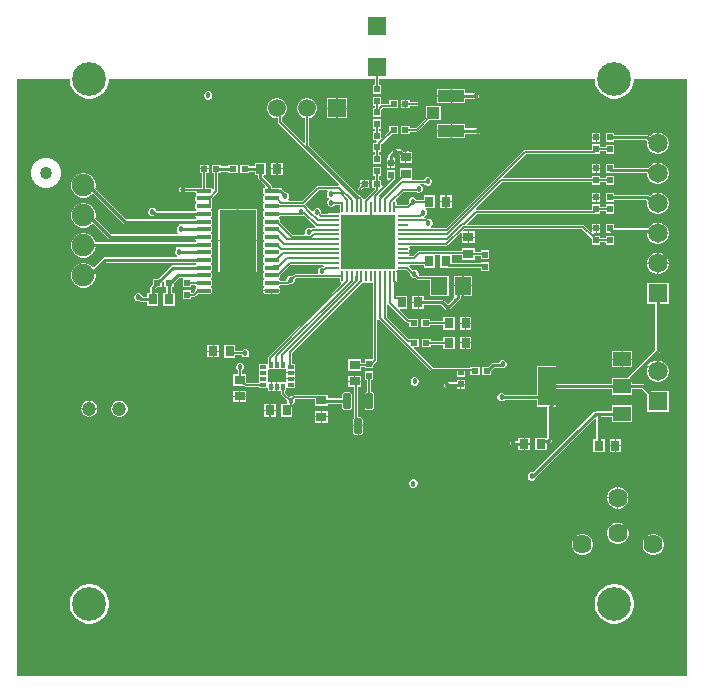
<source format=gbl>
G04*
G04 #@! TF.GenerationSoftware,Altium Limited,Altium Designer,21.5.1 (32)*
G04*
G04 Layer_Physical_Order=4*
G04 Layer_Color=16711680*
%FSLAX25Y25*%
%MOIN*%
G70*
G04*
G04 #@! TF.SameCoordinates,C11210EE-706E-4053-A979-2A702EC27353*
G04*
G04*
G04 #@! TF.FilePolarity,Positive*
G04*
G01*
G75*
%ADD16C,0.01000*%
%ADD17C,0.00500*%
%ADD35R,0.03543X0.03150*%
%ADD46R,0.05512X0.05906*%
%ADD48R,0.03150X0.03543*%
%ADD52R,0.02362X0.01968*%
%ADD54R,0.01968X0.02362*%
%ADD64C,0.06378*%
%ADD65C,0.06496*%
%ADD66R,0.06496X0.06496*%
%ADD67C,0.04724*%
%ADD68C,0.07500*%
%ADD69C,0.04047*%
%ADD70R,0.05906X0.05906*%
%ADD71C,0.05906*%
%ADD72C,0.11200*%
%ADD73C,0.03000*%
%ADD74C,0.01800*%
%ADD75C,0.01968*%
%ADD90R,0.05906X0.05906*%
%ADD91R,0.05906X0.04724*%
%ADD92R,0.05906X0.12992*%
G04:AMPARAMS|DCode=93|XSize=13.78mil|YSize=49.21mil|CornerRadius=2mil|HoleSize=0mil|Usage=FLASHONLY|Rotation=270.000|XOffset=0mil|YOffset=0mil|HoleType=Round|Shape=RoundedRectangle|*
%AMROUNDEDRECTD93*
21,1,0.01378,0.04522,0,0,270.0*
21,1,0.00978,0.04921,0,0,270.0*
1,1,0.00400,-0.02261,-0.00489*
1,1,0.00400,-0.02261,0.00489*
1,1,0.00400,0.02261,0.00489*
1,1,0.00400,0.02261,-0.00489*
%
%ADD93ROUNDEDRECTD93*%
G04:AMPARAMS|DCode=94|XSize=122.05mil|YSize=203.94mil|CornerRadius=1.83mil|HoleSize=0mil|Usage=FLASHONLY|Rotation=0.000|XOffset=0mil|YOffset=0mil|HoleType=Round|Shape=RoundedRectangle|*
%AMROUNDEDRECTD94*
21,1,0.12205,0.20028,0,0,0.0*
21,1,0.11839,0.20394,0,0,0.0*
1,1,0.00366,0.05919,-0.10014*
1,1,0.00366,-0.05919,-0.10014*
1,1,0.00366,-0.05919,0.10014*
1,1,0.00366,0.05919,0.10014*
%
%ADD94ROUNDEDRECTD94*%
%ADD95R,0.01378X0.02264*%
%ADD96R,0.02264X0.01378*%
G04:AMPARAMS|DCode=97|XSize=51.18mil|YSize=23.62mil|CornerRadius=2.01mil|HoleSize=0mil|Usage=FLASHONLY|Rotation=270.000|XOffset=0mil|YOffset=0mil|HoleType=Round|Shape=RoundedRectangle|*
%AMROUNDEDRECTD97*
21,1,0.05118,0.01961,0,0,270.0*
21,1,0.04717,0.02362,0,0,270.0*
1,1,0.00402,-0.00980,-0.02358*
1,1,0.00402,-0.00980,0.02358*
1,1,0.00402,0.00980,0.02358*
1,1,0.00402,0.00980,-0.02358*
%
%ADD97ROUNDEDRECTD97*%
%ADD98O,0.00787X0.03740*%
%ADD99O,0.03740X0.00787*%
%ADD100R,0.18110X0.18110*%
%ADD101R,0.08661X0.04134*%
%ADD102R,0.04134X0.03937*%
%ADD103C,0.00578*%
G36*
X243416Y200116D02*
Y199352D01*
X243669Y198079D01*
X244165Y196881D01*
X244886Y195803D01*
X245803Y194886D01*
X246881Y194165D01*
X248079Y193669D01*
X249352Y193416D01*
X250648D01*
X251921Y193669D01*
X253119Y194165D01*
X254197Y194886D01*
X255114Y195803D01*
X255835Y196881D01*
X256331Y198079D01*
X256584Y199352D01*
Y200116D01*
X345100Y200116D01*
Y198072D01*
X344417D01*
Y195001D01*
X347094D01*
Y198072D01*
X346412D01*
Y200116D01*
X418416Y200116D01*
Y199352D01*
X418669Y198079D01*
X419165Y196881D01*
X419886Y195803D01*
X420803Y194886D01*
X421881Y194165D01*
X423079Y193669D01*
X424352Y193416D01*
X425648D01*
X426921Y193669D01*
X428119Y194165D01*
X429197Y194886D01*
X430114Y195803D01*
X430835Y196881D01*
X431331Y198079D01*
X431584Y199352D01*
Y200116D01*
X449197D01*
Y803D01*
X225803D01*
Y200116D01*
X243416D01*
D02*
G37*
%LPC*%
G36*
X370463Y196724D02*
X365957D01*
Y194482D01*
X370463D01*
Y196724D01*
D02*
G37*
G36*
X289900Y195880D02*
X289343D01*
X288828Y195667D01*
X288435Y195273D01*
X288221Y194758D01*
Y194201D01*
X288435Y193687D01*
X288828Y193293D01*
X289343Y193080D01*
X289900D01*
X290415Y193293D01*
X290808Y193687D01*
X291021Y194201D01*
Y194758D01*
X290808Y195273D01*
X290415Y195667D01*
X289900Y195880D01*
D02*
G37*
G36*
X375319Y196724D02*
X370813D01*
Y194307D01*
Y191890D01*
X375319D01*
Y193436D01*
X379000D01*
X379333Y193502D01*
X379616Y193691D01*
X379805Y193974D01*
X379871Y194307D01*
X379805Y194640D01*
X379616Y194923D01*
X379333Y195112D01*
X379000Y195178D01*
X375319D01*
Y196724D01*
D02*
G37*
G36*
X370463Y194132D02*
X365957D01*
Y191890D01*
X370463D01*
Y194132D01*
D02*
G37*
G36*
X355168Y192878D02*
X353811D01*
Y191718D01*
X355168D01*
Y192878D01*
D02*
G37*
G36*
X335858Y193492D02*
X332731D01*
Y190365D01*
X335858D01*
Y193492D01*
D02*
G37*
G36*
X332381D02*
X329253D01*
Y190365D01*
X332381D01*
Y193492D01*
D02*
G37*
G36*
X356874Y192878D02*
X355518D01*
Y191543D01*
Y190209D01*
X356874D01*
Y190889D01*
X360365D01*
X360827Y191081D01*
X361019Y191543D01*
X360827Y192006D01*
X360365Y192197D01*
X356874D01*
Y192878D01*
D02*
G37*
G36*
X355168Y191368D02*
X353811D01*
Y190209D01*
X355168D01*
Y191368D01*
D02*
G37*
G36*
X347094Y194135D02*
X344417D01*
Y191064D01*
X345100D01*
Y190429D01*
X344417D01*
Y187358D01*
X347094D01*
Y189502D01*
X347785Y190192D01*
X350710D01*
X350774Y190205D01*
X352941D01*
Y192882D01*
X349870D01*
Y191504D01*
X347513D01*
X347094Y191897D01*
Y194135D01*
D02*
G37*
G36*
X335858Y190015D02*
X332731D01*
Y186887D01*
X335858D01*
Y190015D01*
D02*
G37*
G36*
X332381D02*
X329253D01*
Y186887D01*
X332381D01*
Y190015D01*
D02*
G37*
G36*
X367055Y190823D02*
X362213D01*
Y187105D01*
X358841Y183733D01*
X356878D01*
Y184415D01*
X353807D01*
Y181738D01*
X356878D01*
Y182421D01*
X359112D01*
X359363Y182471D01*
X359576Y182613D01*
X363141Y186177D01*
X367055D01*
Y190823D01*
D02*
G37*
G36*
X370463Y185110D02*
X365957D01*
Y182868D01*
X370463D01*
Y185110D01*
D02*
G37*
G36*
X439974Y182102D02*
X439026D01*
X438109Y181857D01*
X437288Y181383D01*
X436825Y180920D01*
X436631Y181114D01*
X436348Y181303D01*
X436015Y181369D01*
X424832D01*
Y182034D01*
X422155D01*
Y178963D01*
X424832D01*
Y179627D01*
X435654D01*
X435984Y179297D01*
X435898Y178974D01*
Y178026D01*
X436143Y177110D01*
X436617Y176288D01*
X437288Y175617D01*
X438109Y175143D01*
X439026Y174898D01*
X439974D01*
X440891Y175143D01*
X441712Y175617D01*
X442383Y176288D01*
X442857Y177110D01*
X443102Y178026D01*
Y178974D01*
X442857Y179891D01*
X442383Y180712D01*
X441712Y181383D01*
X440891Y181857D01*
X439974Y182102D01*
D02*
G37*
G36*
X420334Y182108D02*
X419175D01*
Y180752D01*
X420334D01*
Y182108D01*
D02*
G37*
G36*
X418825D02*
X417666D01*
Y180752D01*
X418825D01*
Y182108D01*
D02*
G37*
G36*
X375319Y185110D02*
X370813D01*
Y182693D01*
Y180276D01*
X375319D01*
Y181727D01*
X379486D01*
X379819Y181793D01*
X380102Y181982D01*
X380291Y182264D01*
X380357Y182598D01*
X380291Y182931D01*
X380102Y183214D01*
X379819Y183403D01*
X379486Y183469D01*
X375319D01*
Y185110D01*
D02*
G37*
G36*
X370463Y182518D02*
X365957D01*
Y180276D01*
X370463D01*
Y182518D01*
D02*
G37*
G36*
X420334Y180402D02*
X419175D01*
Y179045D01*
X420334D01*
Y180402D01*
D02*
G37*
G36*
X418825D02*
X417666D01*
Y179045D01*
X418825D01*
Y180402D01*
D02*
G37*
G36*
X322991Y193497D02*
X322120D01*
X321279Y193271D01*
X320525Y192836D01*
X319909Y192220D01*
X319474Y191466D01*
X319249Y190625D01*
Y189754D01*
X319474Y188913D01*
X319909Y188159D01*
X320525Y187543D01*
X321279Y187108D01*
X321902Y186941D01*
Y178725D01*
X321440Y178533D01*
X314154Y185819D01*
Y187294D01*
X314586Y187543D01*
X315202Y188159D01*
X315637Y188913D01*
X315863Y189754D01*
Y190625D01*
X315637Y191466D01*
X315202Y192220D01*
X314586Y192836D01*
X313832Y193271D01*
X312991Y193497D01*
X312120D01*
X311279Y193271D01*
X310525Y192836D01*
X309909Y192220D01*
X309474Y191466D01*
X309249Y190625D01*
Y189754D01*
X309474Y188913D01*
X309909Y188159D01*
X310525Y187543D01*
X311279Y187108D01*
X312120Y186883D01*
X312846D01*
Y185548D01*
X313037Y185085D01*
X333229Y164893D01*
X333022Y164393D01*
X326221D01*
X325758Y164202D01*
X320973Y159417D01*
X316404D01*
X316197Y159917D01*
X316400Y160119D01*
X316613Y160634D01*
Y161191D01*
X316400Y161706D01*
X316006Y162099D01*
X315491Y162312D01*
X315248D01*
X315004Y162635D01*
X314959Y162675D01*
X314925Y162726D01*
X314339Y163312D01*
X314057Y163500D01*
X313723Y163567D01*
X313423D01*
X313406Y163609D01*
X312982Y163785D01*
X310718D01*
Y164299D01*
X310652Y164632D01*
X310463Y164915D01*
X308004Y167374D01*
X308130Y167874D01*
X308973D01*
Y172126D01*
X305115D01*
Y170871D01*
X303368D01*
Y171339D01*
X300297D01*
Y168661D01*
X303368D01*
Y169129D01*
X305115D01*
Y167874D01*
X306173D01*
Y167102D01*
X306239Y166769D01*
X306428Y166486D01*
X308630Y164285D01*
X308460Y163785D01*
X308036Y163609D01*
X307860Y163185D01*
Y162207D01*
X308036Y161783D01*
X308267Y161687D01*
Y161146D01*
X308036Y161050D01*
X307860Y160626D01*
Y159648D01*
X308036Y159223D01*
X308267Y159128D01*
Y158587D01*
X308036Y158491D01*
X307860Y158067D01*
Y157088D01*
X308036Y156664D01*
X308267Y156569D01*
Y156027D01*
X308036Y155932D01*
X307860Y155508D01*
Y154529D01*
X308036Y154105D01*
X308267Y154010D01*
Y153469D01*
X308036Y153373D01*
X307860Y152949D01*
Y151970D01*
X308036Y151546D01*
X308267Y151451D01*
Y150909D01*
X308036Y150814D01*
X307860Y150390D01*
Y149411D01*
X308036Y148987D01*
X308267Y148892D01*
Y148350D01*
X308036Y148255D01*
X307860Y147831D01*
Y146852D01*
X308036Y146428D01*
X308267Y146333D01*
Y145791D01*
X308036Y145696D01*
X307860Y145272D01*
Y144293D01*
X308036Y143869D01*
X308267Y143773D01*
Y143232D01*
X308036Y143137D01*
X307860Y142712D01*
Y141734D01*
X308036Y141310D01*
X308267Y141214D01*
Y140673D01*
X308036Y140578D01*
X307860Y140153D01*
Y139175D01*
X308036Y138751D01*
X308267Y138655D01*
Y138114D01*
X308036Y138019D01*
X307860Y137594D01*
Y136616D01*
X308036Y136192D01*
X308267Y136096D01*
Y135555D01*
X308036Y135459D01*
X307860Y135035D01*
Y134057D01*
X308036Y133633D01*
X308267Y133537D01*
Y132996D01*
X308036Y132900D01*
X307860Y132476D01*
Y131498D01*
X308036Y131074D01*
X308276Y130974D01*
Y130436D01*
X308039Y130338D01*
X307865Y129917D01*
Y129603D01*
X310721D01*
X313577D01*
Y129917D01*
X313403Y130338D01*
X313165Y130436D01*
Y130974D01*
X313406Y131074D01*
X313536Y131388D01*
X316107D01*
X316569Y131579D01*
X316631Y131641D01*
X316771Y131583D01*
X317328D01*
X317843Y131796D01*
X318236Y132190D01*
X318450Y132705D01*
Y133127D01*
X318830Y133507D01*
X333576D01*
Y132685D01*
X333634Y132393D01*
X333799Y132145D01*
X333852Y131548D01*
X327240Y124936D01*
X327240Y124936D01*
X309855Y107551D01*
X309663Y107088D01*
Y106119D01*
X309520D01*
Y105504D01*
X309441Y105036D01*
X309020Y105036D01*
X306469D01*
Y102950D01*
Y98641D01*
X302437D01*
X302281Y98797D01*
Y101593D01*
X300907D01*
Y102750D01*
X301046Y102807D01*
X301440Y103201D01*
X301653Y103716D01*
Y104273D01*
X301440Y104787D01*
X301046Y105181D01*
X300532Y105394D01*
X299975D01*
X299460Y105181D01*
X299066Y104787D01*
X298853Y104273D01*
Y103716D01*
X299066Y103201D01*
X299460Y102807D01*
X299599Y102750D01*
Y101593D01*
X298029D01*
Y97734D01*
X301493D01*
X301704Y97524D01*
X302166Y97332D01*
X306469D01*
Y97044D01*
X309441Y97044D01*
X309524Y96579D01*
Y95966D01*
X310088D01*
X310219Y95912D01*
X310349Y95966D01*
X310388D01*
Y97448D01*
Y98930D01*
X309941D01*
X309524Y98930D01*
X309441Y99395D01*
Y102679D01*
X309490Y102973D01*
X309859Y103147D01*
X309941D01*
X315543D01*
X315626Y102681D01*
Y102199D01*
X317108D01*
X318590D01*
Y102950D01*
X318595D01*
Y105036D01*
X317516D01*
Y108633D01*
X330332Y121448D01*
X330332Y121448D01*
X340847Y131964D01*
X340930Y131980D01*
X341177Y132145D01*
X341673D01*
X341921Y131980D01*
X342213Y131922D01*
X342505Y131980D01*
X342752Y132145D01*
X343248D01*
X343495Y131980D01*
X343787Y131922D01*
X344079Y131980D01*
X344208Y132066D01*
X344614Y131919D01*
X344708Y131845D01*
Y107067D01*
X344678Y106579D01*
X342001D01*
Y105304D01*
X340581D01*
X340545Y105340D01*
Y106579D01*
X336293D01*
Y102720D01*
X340545D01*
Y103996D01*
X342001D01*
Y103508D01*
X344678D01*
Y104669D01*
X345825Y105816D01*
X346016Y106278D01*
Y119715D01*
X346322Y119846D01*
X346516Y119869D01*
X363720Y102665D01*
X364182Y102474D01*
X372508D01*
Y100662D01*
X375185D01*
Y102474D01*
X376996D01*
Y101161D01*
X380067D01*
Y103839D01*
X376996D01*
Y103782D01*
X374581D01*
X374461Y103732D01*
X373233D01*
X373113Y103782D01*
X364453D01*
X358051Y110184D01*
X358243Y110646D01*
X359881D01*
Y113323D01*
X357732D01*
X357612Y113373D01*
X356517D01*
X349166Y120724D01*
Y124646D01*
X349472Y124776D01*
X349666Y124799D01*
X355594Y118871D01*
X356057Y118679D01*
X356626D01*
Y117261D01*
X359697D01*
Y119938D01*
X357547D01*
X357427Y119987D01*
X356328D01*
X353425Y122890D01*
X353617Y123352D01*
X356043D01*
Y127604D01*
X352373D01*
Y132427D01*
X352424Y132685D01*
Y135637D01*
X352378Y135870D01*
X352405Y136370D01*
X352905Y136397D01*
X353138Y136351D01*
X355747D01*
X356976Y135122D01*
Y134673D01*
X357189Y134159D01*
X357583Y133765D01*
X358098Y133552D01*
X358655D01*
X358794Y133609D01*
X359163Y133240D01*
X359625Y133049D01*
X363569D01*
Y127693D01*
X369790D01*
Y134307D01*
X364294D01*
X364174Y134357D01*
X360187D01*
X359776Y134673D01*
Y135230D01*
X359563Y135745D01*
X359169Y136139D01*
X358655Y136352D01*
X358098D01*
X357744Y136205D01*
X356850Y137099D01*
X356853Y137114D01*
X356795Y137406D01*
X356709Y137534D01*
X356856Y137940D01*
X356931Y138034D01*
X361445D01*
Y137050D01*
X365303D01*
Y141302D01*
X365737Y141463D01*
X366524D01*
X366957Y141302D01*
X366957Y140963D01*
Y137050D01*
X369877D01*
X369961Y137033D01*
X380586D01*
Y135882D01*
X383263D01*
Y138953D01*
X380586D01*
Y138775D01*
X370815D01*
X370815Y141302D01*
X371249Y141463D01*
X374252D01*
Y139772D01*
X378504D01*
Y141047D01*
X380586D01*
Y139819D01*
X383263D01*
Y142890D01*
X380586D01*
Y142355D01*
X378504D01*
Y143630D01*
X374252D01*
Y142771D01*
X360015D01*
X359552Y142579D01*
X357891Y140918D01*
X356925D01*
X356846Y141019D01*
X356704Y141418D01*
X356791Y141548D01*
X356814Y141663D01*
X354614D01*
Y142013D01*
X356814D01*
X356791Y142128D01*
X356675Y142302D01*
X356628Y142543D01*
X356630Y142874D01*
X356795Y143121D01*
X356853Y143413D01*
X356795Y143705D01*
X356709Y143834D01*
X356856Y144240D01*
X356931Y144334D01*
X369022D01*
X369485Y144525D01*
X373756Y148797D01*
X374256Y148590D01*
Y147388D01*
X376203D01*
Y149138D01*
X374804D01*
X374597Y149638D01*
X374992Y150033D01*
X375129D01*
X375140Y150028D01*
X414256D01*
X417606Y146677D01*
X417662Y146655D01*
Y144673D01*
X420339D01*
Y145555D01*
X422008D01*
X422155Y145093D01*
Y144673D01*
X424832D01*
Y146876D01*
X424882Y146996D01*
X424832Y147116D01*
Y147744D01*
X422155D01*
Y146863D01*
X422008D01*
X422008Y146863D01*
X420339D01*
Y147744D01*
X418390D01*
X418019Y148115D01*
X418226Y148615D01*
X418825D01*
Y149971D01*
X417666D01*
Y149175D01*
X417166Y148968D01*
X414989Y151145D01*
X414527Y151336D01*
X376226D01*
X376034Y151798D01*
X379253Y155017D01*
X418266D01*
X418386Y155067D01*
X420339D01*
Y155948D01*
X422155D01*
Y155067D01*
X424832D01*
Y158138D01*
X422155D01*
Y157257D01*
X420339D01*
Y158138D01*
X417662D01*
Y156326D01*
X379069D01*
X378900Y156565D01*
X378824Y156788D01*
X387638Y165602D01*
X417662D01*
Y164720D01*
X420339D01*
Y165602D01*
X422155D01*
Y164720D01*
X424832D01*
Y166923D01*
X424882Y167043D01*
X424832Y167163D01*
Y167791D01*
X422155D01*
Y166910D01*
X420339D01*
Y167791D01*
X417662D01*
Y166910D01*
X388115D01*
X387924Y167372D01*
X395606Y175054D01*
X418266D01*
X418386Y175104D01*
X420339D01*
Y175907D01*
X422155D01*
Y175026D01*
X424832D01*
Y178096D01*
X422155D01*
Y177215D01*
X420339D01*
Y178175D01*
X417662D01*
Y176363D01*
X395335D01*
X394873Y176171D01*
X369068Y150366D01*
X364000D01*
X363884Y150617D01*
X363846Y150866D01*
X364187Y151207D01*
X364400Y151722D01*
Y152278D01*
X364187Y152793D01*
X363793Y153187D01*
X363279Y153400D01*
X362721D01*
X362493Y153305D01*
X362057Y153486D01*
X361585D01*
X361499Y153950D01*
X362014Y154163D01*
X362408Y154557D01*
X362621Y155071D01*
Y155629D01*
X362408Y156143D01*
X362043Y156507D01*
X362056Y156652D01*
X362185Y157007D01*
X365303D01*
Y161259D01*
X361445D01*
Y159745D01*
X359051D01*
X358993Y159884D01*
X358599Y160277D01*
X358085Y160491D01*
X357528D01*
X357013Y160277D01*
X356620Y159884D01*
X356406Y159369D01*
Y158812D01*
X356464Y158673D01*
X355834Y158044D01*
X352424D01*
Y158866D01*
X352366Y159158D01*
X352201Y159405D01*
X352214Y159990D01*
X354672Y162447D01*
X358644D01*
X358928Y162163D01*
X359442Y161950D01*
X359999D01*
X360514Y162163D01*
X360908Y162557D01*
X361121Y163072D01*
Y163628D01*
X360908Y164143D01*
X360514Y164537D01*
X360278Y164635D01*
X360378Y165135D01*
X361563D01*
X361599Y165049D01*
X361993Y164655D01*
X362507Y164442D01*
X363064D01*
X363579Y164655D01*
X363972Y165049D01*
X364186Y165563D01*
Y166120D01*
X363972Y166635D01*
X363579Y167028D01*
X363064Y167242D01*
X362507D01*
X361993Y167028D01*
X361599Y166635D01*
X361519Y166443D01*
X357665D01*
Y170223D01*
X353413D01*
Y167290D01*
X346811Y160688D01*
X346785Y160681D01*
X346278Y160862D01*
X346266Y160983D01*
X351779Y166496D01*
X351852D01*
Y166620D01*
X352007Y166995D01*
X351852Y167370D01*
Y169567D01*
X349175D01*
Y166496D01*
X349276D01*
X349467Y166034D01*
X347753Y164320D01*
X347291Y164511D01*
Y166393D01*
X346412D01*
Y167677D01*
X347094D01*
Y170748D01*
X344417D01*
Y167677D01*
X345100D01*
Y166393D01*
X344220D01*
Y163716D01*
X345100D01*
Y163170D01*
X341789Y159859D01*
X341782Y159849D01*
X341625Y159841D01*
X341243Y159942D01*
X341100Y160287D01*
X340168Y161219D01*
X339917Y161323D01*
X323210Y178031D01*
Y186941D01*
X323832Y187108D01*
X324586Y187543D01*
X325202Y188159D01*
X325637Y188913D01*
X325863Y189754D01*
Y190625D01*
X325637Y191466D01*
X325202Y192220D01*
X324586Y192836D01*
X323832Y193271D01*
X322991Y193497D01*
D02*
G37*
G36*
X356328Y175950D02*
X355995Y175884D01*
X355765Y175731D01*
X355714D01*
Y173981D01*
X357661D01*
Y175731D01*
X356890D01*
X356661Y175884D01*
X356328Y175950D01*
D02*
G37*
G36*
X353571Y176645D02*
X351891D01*
X351558Y176579D01*
X351275Y176390D01*
X349898Y175012D01*
X349709Y174730D01*
X349642Y174396D01*
Y173500D01*
X349179D01*
Y172143D01*
X351848D01*
Y173500D01*
X351384D01*
Y174036D01*
X352252Y174903D01*
X353210D01*
X353418Y174696D01*
Y173981D01*
X355364D01*
Y175731D01*
X354846D01*
X354187Y176390D01*
X353904Y176579D01*
X353571Y176645D01*
D02*
G37*
G36*
X357661Y173631D02*
X355714D01*
Y171881D01*
X357661D01*
Y173631D01*
D02*
G37*
G36*
X355364D02*
X353418D01*
Y171881D01*
X355364D01*
Y173631D01*
D02*
G37*
G36*
X347094Y186492D02*
X344417D01*
Y183421D01*
X345100D01*
Y182644D01*
X344417D01*
Y179573D01*
X345488D01*
X345765Y179158D01*
X345609Y178707D01*
X344417D01*
Y175636D01*
X345100D01*
Y174685D01*
X344417D01*
Y171614D01*
X347094D01*
Y174685D01*
X346412D01*
Y175636D01*
X347094D01*
Y177803D01*
X347107Y177866D01*
Y178219D01*
X347234Y178245D01*
X347446Y178387D01*
X350798Y181738D01*
X352941D01*
Y184415D01*
X349870D01*
Y182666D01*
X347556Y180352D01*
X347094Y180543D01*
Y182644D01*
X346412D01*
Y183421D01*
X347094D01*
Y186492D01*
D02*
G37*
G36*
X299431Y171339D02*
X296360D01*
Y170871D01*
X293848D01*
Y171339D01*
X290777D01*
Y168661D01*
X291658D01*
Y163080D01*
X291439Y162914D01*
X290939Y163163D01*
Y163185D01*
X290765Y163606D01*
X290344Y163780D01*
X288737D01*
Y168666D01*
X289906D01*
Y169825D01*
X288375D01*
X286844D01*
Y168666D01*
X287429D01*
Y163780D01*
X285822D01*
X285401Y163606D01*
X285391Y163580D01*
X281001D01*
X280962Y163619D01*
X280500Y163810D01*
X280037Y163619D01*
X279846Y163156D01*
X280037Y162694D01*
X280268Y162463D01*
X280730Y162272D01*
X285227D01*
Y162207D01*
X285401Y161786D01*
X285638Y161688D01*
Y161150D01*
X285398Y161050D01*
X285222Y160626D01*
Y159648D01*
X285398Y159223D01*
X285629Y159128D01*
Y158587D01*
X285398Y158491D01*
X285222Y158067D01*
Y157088D01*
X285398Y156664D01*
X285431Y156109D01*
X285186Y155890D01*
X272388D01*
Y155910D01*
X272175Y156425D01*
X271781Y156819D01*
X271267Y157032D01*
X270710D01*
X270195Y156819D01*
X269801Y156425D01*
X269588Y155910D01*
Y155353D01*
X269801Y154839D01*
X270195Y154445D01*
X270710Y154232D01*
X271267D01*
X271384Y154281D01*
X271484Y154214D01*
X271818Y154148D01*
X285381D01*
X285398Y154105D01*
X285431Y153550D01*
X285186Y153331D01*
X262257D01*
X251996Y163592D01*
X252104Y163997D01*
Y165077D01*
X251825Y166121D01*
X251284Y167057D01*
X250520Y167821D01*
X249584Y168361D01*
X248540Y168641D01*
X247460D01*
X246416Y168361D01*
X245480Y167821D01*
X244716Y167057D01*
X244175Y166121D01*
X243896Y165077D01*
Y163997D01*
X244175Y162953D01*
X244716Y162017D01*
X245480Y161253D01*
X246416Y160712D01*
X247460Y160433D01*
X248540D01*
X249584Y160712D01*
X250520Y161253D01*
X251196Y161928D01*
X261280Y151844D01*
X261563Y151655D01*
X261896Y151588D01*
X279826D01*
X279925Y151089D01*
X279693Y150992D01*
X279299Y150598D01*
X279086Y150084D01*
Y149527D01*
X279299Y149012D01*
X279599Y148713D01*
X279482Y148272D01*
X279446Y148213D01*
X257375D01*
X251996Y153592D01*
X252104Y153997D01*
Y155077D01*
X251825Y156121D01*
X251284Y157057D01*
X250520Y157821D01*
X249584Y158361D01*
X248540Y158641D01*
X247460D01*
X246416Y158361D01*
X245480Y157821D01*
X244716Y157057D01*
X244175Y156121D01*
X243896Y155077D01*
Y153997D01*
X244175Y152953D01*
X244716Y152017D01*
X245480Y151253D01*
X246416Y150712D01*
X247460Y150433D01*
X248540D01*
X249584Y150712D01*
X250520Y151253D01*
X251196Y151928D01*
X256399Y146725D01*
X256681Y146537D01*
X257014Y146470D01*
X285381D01*
X285398Y146428D01*
X285509Y146382D01*
X285563Y145871D01*
X285227Y145553D01*
X251977D01*
X251825Y146121D01*
X251284Y147057D01*
X250520Y147821D01*
X249584Y148362D01*
X248540Y148641D01*
X247460D01*
X246416Y148362D01*
X245480Y147821D01*
X244716Y147057D01*
X244175Y146121D01*
X243896Y145077D01*
Y143997D01*
X244175Y142953D01*
X244716Y142017D01*
X245480Y141253D01*
X246416Y140712D01*
X247460Y140433D01*
X248540D01*
X249584Y140712D01*
X250520Y141253D01*
X251284Y142017D01*
X251825Y142953D01*
X252055Y143811D01*
X278836D01*
X279044Y143311D01*
X278808Y143075D01*
X278595Y142561D01*
Y142004D01*
X278808Y141489D01*
X279202Y141095D01*
X279347Y141035D01*
X279247Y140535D01*
X255143D01*
X254810Y140469D01*
X254527Y140280D01*
X251644Y137397D01*
X250944Y137398D01*
X250520Y137821D01*
X249584Y138362D01*
X248540Y138641D01*
X247460D01*
X246416Y138362D01*
X245480Y137821D01*
X244716Y137057D01*
X244175Y136121D01*
X243896Y135077D01*
Y133997D01*
X244175Y132953D01*
X244716Y132017D01*
X245480Y131253D01*
X246416Y130712D01*
X247460Y130433D01*
X248540D01*
X249584Y130712D01*
X250520Y131253D01*
X251284Y132017D01*
X251825Y132953D01*
X252104Y133997D01*
Y135077D01*
X252038Y135327D01*
X255504Y138793D01*
X285381D01*
X285398Y138751D01*
X285431Y138196D01*
X285186Y137976D01*
X277754D01*
X277421Y137910D01*
X277138Y137721D01*
X272743Y133326D01*
X271100D01*
Y131684D01*
X270445Y131028D01*
X270256Y130746D01*
X270190Y130412D01*
Y128641D01*
X269132D01*
Y127457D01*
X267731D01*
Y127506D01*
X267518Y128020D01*
X267124Y128414D01*
X266610Y128627D01*
X266053D01*
X265538Y128414D01*
X265144Y128020D01*
X264931Y127506D01*
Y126949D01*
X265144Y126434D01*
X265538Y126040D01*
X266053Y125827D01*
X266610D01*
X266719Y125872D01*
X266855Y125781D01*
X267189Y125715D01*
X269132D01*
Y124389D01*
X272990D01*
Y128641D01*
X271932D01*
Y130052D01*
X272529Y130649D01*
X274171D01*
Y132291D01*
X274575Y132695D01*
X275037Y132503D01*
Y130649D01*
X275702D01*
Y128641D01*
X274644D01*
Y124389D01*
X278502D01*
Y128641D01*
X277444D01*
Y130649D01*
X278108D01*
Y131769D01*
X278238Y131855D01*
X280058Y133675D01*
X280708D01*
X281161Y133562D01*
X281161Y133175D01*
Y130492D01*
X283839D01*
Y131333D01*
X285291D01*
X285398Y131074D01*
X285629Y130978D01*
Y130437D01*
X285398Y130341D01*
X285222Y129917D01*
Y129264D01*
X284702Y128744D01*
X283839D01*
Y129625D01*
X281161D01*
Y126555D01*
X283839D01*
Y127436D01*
X284973D01*
X285436Y127628D01*
X286147Y128339D01*
X290344D01*
X290768Y128515D01*
X290944Y128939D01*
Y129917D01*
X290768Y130341D01*
X290537Y130437D01*
Y130978D01*
X290768Y131074D01*
X290944Y131498D01*
Y132476D01*
X290768Y132900D01*
X290537Y132996D01*
Y133537D01*
X290768Y133633D01*
X290944Y134057D01*
Y135035D01*
X290768Y135459D01*
X290537Y135555D01*
Y136096D01*
X290768Y136192D01*
X290944Y136616D01*
Y137594D01*
X290768Y138019D01*
X290537Y138114D01*
Y138655D01*
X290768Y138751D01*
X290944Y139175D01*
Y140153D01*
X290768Y140578D01*
X290537Y140673D01*
Y141214D01*
X290768Y141310D01*
X290944Y141734D01*
Y142712D01*
X290768Y143137D01*
X290537Y143232D01*
Y143773D01*
X290768Y143869D01*
X290944Y144293D01*
Y145272D01*
X290768Y145696D01*
X290537Y145791D01*
Y146333D01*
X290768Y146428D01*
X290944Y146852D01*
Y147831D01*
X290768Y148255D01*
X290537Y148350D01*
Y148892D01*
X290768Y148987D01*
X290944Y149411D01*
Y150390D01*
X290768Y150814D01*
X290537Y150909D01*
Y151451D01*
X290768Y151546D01*
X290944Y151970D01*
Y152949D01*
X290768Y153373D01*
X290537Y153469D01*
Y154010D01*
X290768Y154105D01*
X290944Y154529D01*
Y155508D01*
X290768Y155932D01*
X290537Y156027D01*
Y156569D01*
X290768Y156664D01*
X290944Y157088D01*
Y158067D01*
X290768Y158491D01*
X290748Y158499D01*
Y159215D01*
X290768Y159223D01*
X290944Y159648D01*
Y160301D01*
X292775Y162132D01*
X292967Y162594D01*
Y168661D01*
X293848D01*
Y169129D01*
X296360D01*
Y168661D01*
X299431D01*
Y171339D01*
D02*
G37*
G36*
X351848Y171793D02*
X350688D01*
Y170437D01*
X351848D01*
Y171793D01*
D02*
G37*
G36*
X350338D02*
X349179D01*
Y170437D01*
X350338D01*
Y171793D01*
D02*
G37*
G36*
X439974Y172102D02*
X439026D01*
X438109Y171857D01*
X437288Y171383D01*
X436617Y170712D01*
X436427Y170383D01*
X424832D01*
Y171728D01*
X422155D01*
Y168657D01*
X423893D01*
X423978Y168640D01*
X435898D01*
Y168026D01*
X436143Y167110D01*
X436617Y166288D01*
X437288Y165617D01*
X438109Y165143D01*
X439026Y164898D01*
X439974D01*
X440891Y165143D01*
X441712Y165617D01*
X442383Y166288D01*
X442857Y167110D01*
X443102Y168026D01*
Y168974D01*
X442857Y169890D01*
X442383Y170712D01*
X441712Y171383D01*
X440891Y171857D01*
X439974Y172102D01*
D02*
G37*
G36*
X420334Y171724D02*
X419175D01*
Y170368D01*
X420334D01*
Y171724D01*
D02*
G37*
G36*
X418825D02*
X417666D01*
Y170368D01*
X418825D01*
Y171724D01*
D02*
G37*
G36*
X314480Y172122D02*
X312731D01*
Y170175D01*
X314480D01*
Y172122D01*
D02*
G37*
G36*
X312381D02*
X310631D01*
Y170175D01*
X312381D01*
Y172122D01*
D02*
G37*
G36*
X289906Y171334D02*
X288550D01*
Y170175D01*
X289906D01*
Y171334D01*
D02*
G37*
G36*
X288200D02*
X286844D01*
Y170175D01*
X288200D01*
Y171334D01*
D02*
G37*
G36*
X420334Y170018D02*
X419175D01*
Y168662D01*
X420334D01*
Y170018D01*
D02*
G37*
G36*
X418825D02*
X417666D01*
Y168662D01*
X418825D01*
Y170018D01*
D02*
G37*
G36*
X314480Y169825D02*
X312731D01*
Y167878D01*
X314480D01*
Y169825D01*
D02*
G37*
G36*
X312381D02*
X310631D01*
Y167878D01*
X312381D01*
Y169825D01*
D02*
G37*
G36*
X343350Y166389D02*
X341994D01*
Y165229D01*
X343350D01*
Y166389D01*
D02*
G37*
G36*
X341644D02*
X340288D01*
Y165229D01*
X341644D01*
Y166389D01*
D02*
G37*
G36*
X343350Y164879D02*
X341994D01*
Y163720D01*
X343350D01*
Y164879D01*
D02*
G37*
G36*
X236261Y173771D02*
X234936D01*
X233656Y173428D01*
X232508Y172766D01*
X231571Y171828D01*
X230908Y170680D01*
X230565Y169400D01*
Y168075D01*
X230908Y166795D01*
X231571Y165647D01*
X232508Y164710D01*
X233656Y164047D01*
X234936Y163704D01*
X236261D01*
X237541Y164047D01*
X238689Y164710D01*
X239626Y165647D01*
X240289Y166795D01*
X240632Y168075D01*
Y169400D01*
X240289Y170680D01*
X239626Y171828D01*
X238689Y172766D01*
X237541Y173428D01*
X236261Y173771D01*
D02*
G37*
G36*
X341644Y164879D02*
X340288D01*
Y164451D01*
X340286Y164447D01*
X339897Y164057D01*
X339705Y163595D01*
Y162898D01*
X339897Y162436D01*
X340359Y162244D01*
X340822Y162436D01*
X341014Y162898D01*
Y163324D01*
X341350Y163661D01*
X341375Y163720D01*
X341644D01*
Y164879D01*
D02*
G37*
G36*
X439974Y162102D02*
X439026D01*
X438109Y161857D01*
X437288Y161383D01*
X436825Y160920D01*
X436589Y161155D01*
X436306Y161344D01*
X435973Y161411D01*
X424832D01*
Y162075D01*
X422155D01*
Y159004D01*
X424832D01*
Y159669D01*
X435612D01*
X435984Y159297D01*
X435898Y158974D01*
Y158026D01*
X436143Y157109D01*
X436617Y156288D01*
X437288Y155617D01*
X438109Y155143D01*
X439026Y154898D01*
X439974D01*
X440891Y155143D01*
X441712Y155617D01*
X442383Y156288D01*
X442857Y157109D01*
X443102Y158026D01*
Y158974D01*
X442857Y159890D01*
X442383Y160712D01*
X441712Y161383D01*
X440891Y161857D01*
X439974Y162102D01*
D02*
G37*
G36*
X420334Y162071D02*
X419175D01*
Y160715D01*
X420334D01*
Y162071D01*
D02*
G37*
G36*
X418825D02*
X417666D01*
Y160715D01*
X418825D01*
Y162071D01*
D02*
G37*
G36*
X370811Y161255D02*
X369061D01*
Y159308D01*
X370811D01*
Y161255D01*
D02*
G37*
G36*
X368711D02*
X366961D01*
Y159308D01*
X368711D01*
Y161255D01*
D02*
G37*
G36*
X420334Y160365D02*
X419175D01*
Y159009D01*
X420334D01*
Y160365D01*
D02*
G37*
G36*
X418825D02*
X417666D01*
Y159009D01*
X418825D01*
Y160365D01*
D02*
G37*
G36*
X370811Y158958D02*
X369061D01*
Y157011D01*
X370811D01*
Y158958D01*
D02*
G37*
G36*
X368711D02*
X366961D01*
Y157011D01*
X368711D01*
Y158958D01*
D02*
G37*
G36*
X439974Y152102D02*
X439026D01*
X438109Y151857D01*
X437288Y151383D01*
X436617Y150712D01*
X436400Y150336D01*
X424832D01*
Y151681D01*
X422155D01*
Y148610D01*
X423893D01*
X423978Y148594D01*
X435898D01*
Y148026D01*
X436143Y147109D01*
X436617Y146288D01*
X437288Y145617D01*
X438109Y145143D01*
X439026Y144898D01*
X439974D01*
X440891Y145143D01*
X441712Y145617D01*
X442383Y146288D01*
X442857Y147109D01*
X443102Y148026D01*
Y148974D01*
X442857Y149890D01*
X442383Y150712D01*
X441712Y151383D01*
X440891Y151857D01*
X439974Y152102D01*
D02*
G37*
G36*
X420334Y151677D02*
X419175D01*
Y150321D01*
X420334D01*
Y151677D01*
D02*
G37*
G36*
X418825D02*
X417666D01*
Y150321D01*
X418825D01*
Y151677D01*
D02*
G37*
G36*
X420334Y149971D02*
X419175D01*
Y148615D01*
X420334D01*
Y149971D01*
D02*
G37*
G36*
X378500Y149138D02*
X376553D01*
Y147388D01*
X378500D01*
Y149138D01*
D02*
G37*
G36*
X305321Y156653D02*
X299577D01*
Y146237D01*
X305898D01*
Y156076D01*
X305729Y156484D01*
X305321Y156653D01*
D02*
G37*
G36*
X299227D02*
X293483D01*
X293075Y156484D01*
X292906Y156076D01*
Y146237D01*
X299227D01*
Y156653D01*
D02*
G37*
G36*
X378500Y147038D02*
X376553D01*
Y145288D01*
X378500D01*
Y147038D01*
D02*
G37*
G36*
X376203D02*
X374256D01*
Y145288D01*
X376203D01*
Y147038D01*
D02*
G37*
G36*
X439974Y142098D02*
X439675D01*
Y138675D01*
X443098D01*
Y138974D01*
X442853Y139889D01*
X442379Y140709D01*
X441709Y141379D01*
X440889Y141853D01*
X439974Y142098D01*
D02*
G37*
G36*
X439325D02*
X439026D01*
X438111Y141853D01*
X437291Y141379D01*
X436621Y140709D01*
X436147Y139889D01*
X435902Y138974D01*
Y138675D01*
X439325D01*
Y142098D01*
D02*
G37*
G36*
X305898Y145887D02*
X299577D01*
Y135471D01*
X305321D01*
X305729Y135640D01*
X305898Y136048D01*
Y145887D01*
D02*
G37*
G36*
X299227D02*
X292906D01*
Y136048D01*
X293075Y135640D01*
X293483Y135471D01*
X299227D01*
Y145887D01*
D02*
G37*
G36*
X443098Y138325D02*
X439675D01*
Y134902D01*
X439974D01*
X440889Y135147D01*
X441709Y135621D01*
X442379Y136291D01*
X442853Y137111D01*
X443098Y138026D01*
Y138325D01*
D02*
G37*
G36*
X439325D02*
X435902D01*
Y138026D01*
X436147Y137111D01*
X436621Y136291D01*
X437291Y135621D01*
X438111Y135147D01*
X439026Y134902D01*
X439325D01*
Y138325D01*
D02*
G37*
G36*
X377659Y134303D02*
X374728D01*
Y131175D01*
X377659D01*
Y134303D01*
D02*
G37*
G36*
X374378D02*
X371447D01*
Y131175D01*
X374378D01*
Y134303D01*
D02*
G37*
G36*
X313577Y129253D02*
X310896D01*
Y128344D01*
X312982D01*
X313403Y128518D01*
X313577Y128939D01*
Y129253D01*
D02*
G37*
G36*
X310546D02*
X307865D01*
Y128939D01*
X308039Y128518D01*
X308460Y128344D01*
X310546D01*
Y129253D01*
D02*
G37*
G36*
X377659Y130825D02*
X374728D01*
Y127697D01*
X377659D01*
Y130825D01*
D02*
G37*
G36*
X359450Y127600D02*
X357701D01*
Y125653D01*
X359450D01*
Y127600D01*
D02*
G37*
G36*
X374378Y130825D02*
X371447D01*
Y127697D01*
X371487D01*
X371694Y127197D01*
X371292Y126795D01*
X371292Y126795D01*
X369435Y124938D01*
X368280Y126094D01*
X367997Y126283D01*
X367664Y126349D01*
X361550D01*
Y127600D01*
X359800D01*
Y125478D01*
Y123356D01*
X361550D01*
Y124607D01*
X367303D01*
X368819Y123090D01*
X369102Y122901D01*
X369435Y122835D01*
X369769Y122901D01*
X370051Y123090D01*
X372524Y125563D01*
X372524Y125563D01*
X373478Y126517D01*
X373667Y126800D01*
X373733Y127133D01*
Y127697D01*
X374378D01*
Y130825D01*
D02*
G37*
G36*
X359450Y125303D02*
X357701D01*
Y123356D01*
X359450D01*
Y125303D01*
D02*
G37*
G36*
X371839Y120606D02*
X367981D01*
Y119253D01*
X363634D01*
Y119938D01*
X360563D01*
Y117261D01*
X363634D01*
Y117945D01*
X367981D01*
Y116354D01*
X371839D01*
Y120606D01*
D02*
G37*
G36*
X377346Y120602D02*
X375597D01*
Y118655D01*
X377346D01*
Y120602D01*
D02*
G37*
G36*
X375247D02*
X373497D01*
Y118655D01*
X375247D01*
Y120602D01*
D02*
G37*
G36*
X377346Y118305D02*
X375597D01*
Y116359D01*
X377346D01*
Y118305D01*
D02*
G37*
G36*
X375247D02*
X373497D01*
Y116359D01*
X375247D01*
Y118305D01*
D02*
G37*
G36*
X371839Y114110D02*
X367981D01*
Y112638D01*
X363818D01*
Y113323D01*
X360747D01*
Y110646D01*
X363818D01*
Y111330D01*
X367981D01*
Y109858D01*
X371839D01*
Y114110D01*
D02*
G37*
G36*
X377346Y114106D02*
X375597D01*
Y112159D01*
X377346D01*
Y114106D01*
D02*
G37*
G36*
X375247D02*
X373497D01*
Y112159D01*
X375247D01*
Y114106D01*
D02*
G37*
G36*
X377346Y111809D02*
X375597D01*
Y109863D01*
X377346D01*
Y111809D01*
D02*
G37*
G36*
X375247D02*
X373497D01*
Y109863D01*
X375247D01*
Y111809D01*
D02*
G37*
G36*
X293184Y111380D02*
X291434D01*
Y109433D01*
X293184D01*
Y111380D01*
D02*
G37*
G36*
X291084D02*
X289334D01*
Y109433D01*
X291084D01*
Y111380D01*
D02*
G37*
G36*
X298700Y111384D02*
X294842D01*
Y107132D01*
X298700D01*
Y107913D01*
X300727D01*
X300785Y107774D01*
X301179Y107380D01*
X301693Y107167D01*
X302250D01*
X302765Y107380D01*
X303159Y107774D01*
X303372Y108288D01*
Y108845D01*
X303159Y109360D01*
X302765Y109754D01*
X302250Y109967D01*
X301693D01*
X301179Y109754D01*
X300785Y109360D01*
X300727Y109221D01*
X298700D01*
Y111384D01*
D02*
G37*
G36*
X293184Y109083D02*
X291434D01*
Y107136D01*
X293184D01*
Y109083D01*
D02*
G37*
G36*
X291084D02*
X289334D01*
Y107136D01*
X291084D01*
Y109083D01*
D02*
G37*
G36*
X430901Y109267D02*
X427773D01*
Y106730D01*
X430901D01*
Y109267D01*
D02*
G37*
G36*
X427423D02*
X424296D01*
Y106730D01*
X427423D01*
Y109267D01*
D02*
G37*
G36*
X430901Y106380D02*
X427773D01*
Y103843D01*
X430901D01*
Y106380D01*
D02*
G37*
G36*
X427423D02*
X424296D01*
Y103843D01*
X427423D01*
Y106380D01*
D02*
G37*
G36*
X388029Y106346D02*
X387472D01*
X386957Y106132D01*
X386563Y105739D01*
X386411Y105372D01*
X384666D01*
X384333Y105306D01*
X384050Y105117D01*
X382772Y103839D01*
X380933D01*
Y101161D01*
X384004D01*
Y102607D01*
X385027Y103630D01*
X387263D01*
X387266Y103631D01*
X387472Y103546D01*
X388029D01*
X388543Y103759D01*
X388937Y104153D01*
X389150Y104667D01*
Y105224D01*
X388937Y105739D01*
X388543Y106132D01*
X388029Y106346D01*
D02*
G37*
G36*
X318590Y101849D02*
X317108D01*
X315626D01*
Y100231D01*
X317108D01*
X318590D01*
Y101849D01*
D02*
G37*
G36*
X340540Y101063D02*
X338594D01*
Y99313D01*
X340540D01*
Y101063D01*
D02*
G37*
G36*
X338244D02*
X336297D01*
Y99313D01*
X338244D01*
Y101063D01*
D02*
G37*
G36*
X318590Y99881D02*
X317108D01*
X315626D01*
Y99400D01*
X315574Y99108D01*
X315204Y98934D01*
X313457D01*
Y98930D01*
X312706D01*
Y97448D01*
Y95966D01*
X313457D01*
Y95962D01*
X314000D01*
Y95026D01*
X314191Y94563D01*
X315805Y92949D01*
Y92492D01*
X315956Y92126D01*
X315716Y91626D01*
X313801D01*
Y87374D01*
X317660D01*
Y90705D01*
X317709Y90825D01*
Y91464D01*
X317998Y91584D01*
X318392Y91978D01*
X318605Y92492D01*
Y93049D01*
X318689Y93174D01*
X325235D01*
Y90917D01*
X329487D01*
Y91730D01*
X334278D01*
Y90243D01*
X334454Y89818D01*
X334879Y89642D01*
X336840D01*
X337265Y89818D01*
X337441Y90243D01*
Y94960D01*
X337265Y95385D01*
X336840Y95560D01*
X334879D01*
X334454Y95385D01*
X334278Y94960D01*
Y93472D01*
X329487D01*
Y94775D01*
X325235D01*
Y94482D01*
X318259D01*
X317797Y94291D01*
X317620Y94114D01*
X317483Y94171D01*
X316926D01*
X316578Y94026D01*
X315308Y95297D01*
Y95962D01*
X315543D01*
Y96577D01*
X315622Y97044D01*
X316043Y97044D01*
X318595D01*
Y99131D01*
X318590D01*
Y99881D01*
D02*
G37*
G36*
X443102Y132102D02*
X435898D01*
Y124898D01*
X438629D01*
Y109762D01*
X429435Y100569D01*
X429246Y100286D01*
X429233Y100216D01*
X424291D01*
Y98371D01*
X405709D01*
Y104350D01*
X399095D01*
Y94800D01*
X388543D01*
X388227Y95116D01*
X387713Y95329D01*
X387156D01*
X386641Y95116D01*
X386247Y94722D01*
X386034Y94207D01*
Y93650D01*
X386247Y93136D01*
X386641Y92742D01*
X387156Y92529D01*
X387713D01*
X388227Y92742D01*
X388543Y93058D01*
X399095D01*
Y90650D01*
X402578D01*
Y80853D01*
X402401Y80426D01*
X398543D01*
Y76174D01*
X402401D01*
Y78506D01*
X402863D01*
X403196Y78572D01*
X403479Y78761D01*
X404065Y79347D01*
X404254Y79629D01*
X404320Y79962D01*
Y90643D01*
X404326Y90650D01*
X405709D01*
Y96629D01*
X424291D01*
Y94784D01*
X430905D01*
Y96629D01*
X434139D01*
X435898Y94871D01*
Y88898D01*
X443102D01*
Y96102D01*
X437129D01*
X435116Y98116D01*
X434833Y98305D01*
X434500Y98371D01*
X430905D01*
Y99278D01*
X430922Y99362D01*
Y99592D01*
X436037Y104707D01*
X436437Y104400D01*
X436143Y103891D01*
X435898Y102974D01*
Y102026D01*
X436143Y101110D01*
X436617Y100288D01*
X437288Y99617D01*
X438109Y99143D01*
X439026Y98898D01*
X439974D01*
X440891Y99143D01*
X441712Y99617D01*
X442383Y100288D01*
X442857Y101110D01*
X443102Y102026D01*
Y102974D01*
X442857Y103891D01*
X442383Y104712D01*
X441712Y105383D01*
X440891Y105857D01*
X439974Y106102D01*
X439026D01*
X438109Y105857D01*
X437600Y105563D01*
X437293Y105963D01*
X440116Y108786D01*
X440305Y109068D01*
X440371Y109402D01*
Y124898D01*
X443102D01*
Y132102D01*
D02*
G37*
G36*
X375181Y99791D02*
X374022D01*
Y98435D01*
X375181D01*
Y99791D01*
D02*
G37*
G36*
X358758Y100541D02*
X358201D01*
X357686Y100328D01*
X357292Y99934D01*
X357079Y99420D01*
Y98863D01*
X357292Y98348D01*
X357686Y97954D01*
X358201Y97741D01*
X358758D01*
X359272Y97954D01*
X359666Y98348D01*
X359879Y98863D01*
Y99420D01*
X359666Y99934D01*
X359272Y100328D01*
X358758Y100541D01*
D02*
G37*
G36*
X375181Y98085D02*
X374022D01*
Y96729D01*
X375181D01*
Y98085D01*
D02*
G37*
G36*
X373672Y99791D02*
X372513D01*
Y98894D01*
X369293D01*
X368960Y98827D01*
X368677Y98638D01*
X368524Y98485D01*
X368335Y98203D01*
X368269Y97869D01*
X368335Y97536D01*
X368524Y97254D01*
X368807Y97065D01*
X369140Y96999D01*
X369474Y97065D01*
X369603Y97151D01*
X372513D01*
Y96729D01*
X373672D01*
Y98260D01*
Y99791D01*
D02*
G37*
G36*
X310738Y98930D02*
Y97448D01*
Y95966D01*
X312356D01*
Y97448D01*
Y98930D01*
X310738D01*
D02*
G37*
G36*
X302276Y96077D02*
X300330D01*
Y94327D01*
X302276D01*
Y96077D01*
D02*
G37*
G36*
X299980D02*
X298033D01*
Y94327D01*
X299980D01*
Y96077D01*
D02*
G37*
G36*
X302276Y93977D02*
X300330D01*
Y92227D01*
X302276D01*
Y93977D01*
D02*
G37*
G36*
X299980D02*
X298033D01*
Y92227D01*
X299980D01*
Y93977D01*
D02*
G37*
G36*
X250357Y92712D02*
X250175D01*
Y90175D01*
X252712D01*
Y90357D01*
X252527Y91047D01*
X252170Y91665D01*
X251665Y92170D01*
X251047Y92527D01*
X250357Y92712D01*
D02*
G37*
G36*
X249825D02*
X249643D01*
X248953Y92527D01*
X248335Y92170D01*
X247830Y91665D01*
X247473Y91047D01*
X247288Y90357D01*
Y90175D01*
X249825D01*
Y92712D01*
D02*
G37*
G36*
X312143Y91622D02*
X310394D01*
Y89675D01*
X312143D01*
Y91622D01*
D02*
G37*
G36*
X309399Y91678D02*
X309114Y91622D01*
X308294D01*
Y89675D01*
X310044D01*
Y91622D01*
X309684D01*
X309399Y91678D01*
D02*
G37*
G36*
X344678Y102642D02*
X342001D01*
Y99571D01*
X342686D01*
Y95560D01*
X342359D01*
X341935Y95385D01*
X341759Y94960D01*
Y90243D01*
X341935Y89818D01*
X342359Y89642D01*
X344320D01*
X344745Y89818D01*
X344921Y90243D01*
Y94960D01*
X344745Y95385D01*
X344320Y95560D01*
X343994D01*
Y99571D01*
X344678D01*
Y102642D01*
D02*
G37*
G36*
X329483Y89259D02*
X327536D01*
Y87510D01*
X329483D01*
Y89259D01*
D02*
G37*
G36*
X327186D02*
X325240D01*
Y87510D01*
X327186D01*
Y89259D01*
D02*
G37*
G36*
X312143Y89325D02*
X310394D01*
Y87378D01*
X312143D01*
Y89325D01*
D02*
G37*
G36*
X310044D02*
X308294D01*
Y87378D01*
X310044D01*
Y89325D01*
D02*
G37*
G36*
X252712Y89825D02*
X250175D01*
Y87288D01*
X250357D01*
X251047Y87473D01*
X251665Y87830D01*
X252170Y88335D01*
X252527Y88953D01*
X252712Y89643D01*
Y89825D01*
D02*
G37*
G36*
X249825D02*
X247288D01*
Y89643D01*
X247473Y88953D01*
X247830Y88335D01*
X248335Y87830D01*
X248953Y87473D01*
X249643Y87288D01*
X249825D01*
Y89825D01*
D02*
G37*
G36*
X260358Y92716D02*
X259642D01*
X258951Y92531D01*
X258332Y92174D01*
X257826Y91668D01*
X257469Y91049D01*
X257283Y90358D01*
Y89642D01*
X257469Y88951D01*
X257826Y88332D01*
X258332Y87826D01*
X258951Y87469D01*
X259642Y87283D01*
X260358D01*
X261049Y87469D01*
X261668Y87826D01*
X262174Y88332D01*
X262531Y88951D01*
X262717Y89642D01*
Y90358D01*
X262531Y91049D01*
X262174Y91668D01*
X261668Y92174D01*
X261049Y92531D01*
X260358Y92716D01*
D02*
G37*
G36*
X430905Y91161D02*
X424291D01*
Y89167D01*
X418734D01*
X418400Y89101D01*
X418118Y88912D01*
X411679Y82474D01*
X411679Y82474D01*
X398010Y68804D01*
X397779Y68900D01*
X397221D01*
X396707Y68687D01*
X396313Y68293D01*
X396100Y67778D01*
Y67221D01*
X396313Y66707D01*
X396707Y66313D01*
X397221Y66100D01*
X397779D01*
X398293Y66313D01*
X398687Y66707D01*
X398900Y67221D01*
Y67248D01*
X398953Y67284D01*
X412911Y81242D01*
X412911Y81242D01*
X418463Y86794D01*
X418925Y86602D01*
Y79926D01*
X417867D01*
Y75674D01*
X421725D01*
Y79926D01*
X420667D01*
Y87425D01*
X424291D01*
Y85728D01*
X430905D01*
Y91161D01*
D02*
G37*
G36*
X329483Y87160D02*
X327536D01*
Y85410D01*
X329483D01*
Y87160D01*
D02*
G37*
G36*
X327186D02*
X325240D01*
Y85410D01*
X327186D01*
Y87160D01*
D02*
G37*
G36*
X340540Y98963D02*
X338419D01*
X336297D01*
Y97213D01*
X338215D01*
Y87121D01*
X338198Y87113D01*
X338023Y86692D01*
Y84509D01*
X339600D01*
X341176D01*
Y86692D01*
X341002Y87113D01*
X340580Y87288D01*
X339524D01*
Y97213D01*
X340540D01*
Y98963D01*
D02*
G37*
G36*
X341176Y84159D02*
X339775D01*
Y81379D01*
X340580D01*
X341002Y81554D01*
X341176Y81975D01*
Y84159D01*
D02*
G37*
G36*
X339425D02*
X338023D01*
Y81975D01*
X338198Y81554D01*
X338619Y81379D01*
X339425D01*
Y84159D01*
D02*
G37*
G36*
X394786Y80421D02*
X393036D01*
Y79220D01*
X391959D01*
X391905Y79273D01*
X391622Y79462D01*
X391289Y79529D01*
X391072D01*
X390739Y79462D01*
X390456Y79273D01*
X390268Y78991D01*
X390201Y78658D01*
X390268Y78324D01*
X390456Y78042D01*
X390739Y77853D01*
X390892Y77822D01*
X390982Y77733D01*
X391265Y77544D01*
X391598Y77477D01*
X393036D01*
Y76178D01*
X394786D01*
Y78300D01*
Y80421D01*
D02*
G37*
G36*
X396885D02*
X395136D01*
Y78475D01*
X396885D01*
Y80421D01*
D02*
G37*
G36*
X427233Y79921D02*
X425483D01*
Y77975D01*
X427233D01*
Y79921D01*
D02*
G37*
G36*
X425133D02*
X423383D01*
Y77975D01*
X425133D01*
Y79921D01*
D02*
G37*
G36*
X396885Y78125D02*
X395136D01*
Y76178D01*
X396885D01*
Y78125D01*
D02*
G37*
G36*
X427233Y77625D02*
X425483D01*
Y75678D01*
X427233D01*
Y77625D01*
D02*
G37*
G36*
X425133D02*
X423383D01*
Y75678D01*
X425133D01*
Y77625D01*
D02*
G37*
G36*
X358265Y66498D02*
X357708D01*
X357193Y66285D01*
X356799Y65891D01*
X356586Y65376D01*
Y64819D01*
X356799Y64305D01*
X357193Y63911D01*
X357708Y63698D01*
X358265D01*
X358779Y63911D01*
X359173Y64305D01*
X359386Y64819D01*
Y65376D01*
X359173Y65891D01*
X358779Y66285D01*
X358265Y66498D01*
D02*
G37*
G36*
X426641Y63864D02*
X426350D01*
Y60500D01*
X429714D01*
Y60791D01*
X429473Y61691D01*
X429007Y62498D01*
X428348Y63157D01*
X427541Y63623D01*
X426641Y63864D01*
D02*
G37*
G36*
X426000D02*
X425709D01*
X424809Y63623D01*
X424002Y63157D01*
X423343Y62498D01*
X422877Y61691D01*
X422636Y60791D01*
Y60500D01*
X426000D01*
Y63864D01*
D02*
G37*
G36*
X429714Y60150D02*
X426350D01*
Y56786D01*
X426641D01*
X427541Y57027D01*
X428348Y57493D01*
X429007Y58152D01*
X429473Y58959D01*
X429714Y59859D01*
Y60150D01*
D02*
G37*
G36*
X426000D02*
X422636D01*
Y59859D01*
X422877Y58959D01*
X423343Y58152D01*
X424002Y57493D01*
X424809Y57027D01*
X425709Y56786D01*
X426000D01*
Y60150D01*
D02*
G37*
G36*
X426642Y52057D02*
X425708D01*
X424807Y51816D01*
X423999Y51349D01*
X423340Y50690D01*
X422873Y49882D01*
X422632Y48981D01*
Y48048D01*
X422873Y47146D01*
X423340Y46338D01*
X423999Y45679D01*
X424807Y45212D01*
X425708Y44971D01*
X426642D01*
X427543Y45212D01*
X428351Y45679D01*
X429010Y46338D01*
X429477Y47146D01*
X429718Y48048D01*
Y48981D01*
X429477Y49882D01*
X429010Y50690D01*
X428351Y51349D01*
X427543Y51816D01*
X426642Y52057D01*
D02*
G37*
G36*
X438452Y48357D02*
X437520D01*
X436618Y48115D01*
X435810Y47649D01*
X435151Y46989D01*
X434684Y46181D01*
X434443Y45280D01*
Y44347D01*
X434684Y43446D01*
X435151Y42638D01*
X435810Y41978D01*
X436618Y41511D01*
X437520Y41270D01*
X438452D01*
X439354Y41511D01*
X440162Y41978D01*
X440821Y42638D01*
X441288Y43446D01*
X441529Y44347D01*
Y45280D01*
X441288Y46181D01*
X440821Y46989D01*
X440162Y47649D01*
X439354Y48115D01*
X438452Y48357D01*
D02*
G37*
G36*
X414830D02*
X413898D01*
X412996Y48115D01*
X412188Y47649D01*
X411529Y46989D01*
X411062Y46181D01*
X410821Y45280D01*
Y44347D01*
X411062Y43446D01*
X411529Y42638D01*
X412188Y41978D01*
X412996Y41511D01*
X413898Y41270D01*
X414830D01*
X415732Y41511D01*
X416540Y41978D01*
X417199Y42638D01*
X417666Y43446D01*
X417907Y44347D01*
Y45280D01*
X417666Y46181D01*
X417199Y46989D01*
X416540Y47649D01*
X415732Y48115D01*
X414830Y48357D01*
D02*
G37*
G36*
X425648Y31584D02*
X424352D01*
X423079Y31331D01*
X421881Y30835D01*
X420803Y30114D01*
X419886Y29197D01*
X419165Y28119D01*
X418669Y26921D01*
X418416Y25648D01*
Y24351D01*
X418669Y23079D01*
X419165Y21881D01*
X419886Y20803D01*
X420803Y19886D01*
X421881Y19165D01*
X423079Y18669D01*
X424352Y18416D01*
X425648D01*
X426921Y18669D01*
X428119Y19165D01*
X429197Y19886D01*
X430114Y20803D01*
X430835Y21881D01*
X431331Y23079D01*
X431584Y24351D01*
Y25648D01*
X431331Y26921D01*
X430835Y28119D01*
X430114Y29197D01*
X429197Y30114D01*
X428119Y30835D01*
X426921Y31331D01*
X425648Y31584D01*
D02*
G37*
G36*
X250648D02*
X249352D01*
X248079Y31331D01*
X246881Y30835D01*
X245803Y30114D01*
X244886Y29197D01*
X244165Y28119D01*
X243669Y26921D01*
X243416Y25648D01*
Y24351D01*
X243669Y23079D01*
X244165Y21881D01*
X244886Y20803D01*
X245803Y19886D01*
X246881Y19165D01*
X248079Y18669D01*
X249352Y18416D01*
X250648D01*
X251921Y18669D01*
X253119Y19165D01*
X254197Y19886D01*
X255114Y20803D01*
X255835Y21881D01*
X256331Y23079D01*
X256584Y24351D01*
Y25648D01*
X256331Y26921D01*
X255835Y28119D01*
X255114Y29197D01*
X254197Y30114D01*
X253119Y30835D01*
X251921Y31331D01*
X250648Y31584D01*
D02*
G37*
%LPD*%
G36*
X329497Y162585D02*
X329295Y162382D01*
X329081Y161868D01*
Y161311D01*
X329295Y160796D01*
X329688Y160403D01*
X329721Y160331D01*
X329758Y159832D01*
X329494Y159568D01*
X329281Y159054D01*
Y158497D01*
X329494Y157982D01*
X329888Y157588D01*
X330403Y157375D01*
X330960D01*
X331474Y157588D01*
X331854Y157968D01*
X333576D01*
Y155913D01*
X333622Y155680D01*
X333595Y155180D01*
X333095Y155153D01*
X332862Y155199D01*
X329909D01*
X329618Y155141D01*
X329542Y155091D01*
X327539D01*
X327369Y155261D01*
Y155750D01*
X327156Y156264D01*
X326762Y156658D01*
X326247Y156871D01*
X325691D01*
X325176Y156658D01*
X324782Y156264D01*
X324692Y156047D01*
X324107Y155925D01*
X323874Y156158D01*
X323832Y156259D01*
X322075Y158016D01*
X321916Y158175D01*
X322062Y158656D01*
X326492Y163085D01*
X329290D01*
X329497Y162585D01*
D02*
G37*
G36*
X325299Y150866D02*
X325276Y150672D01*
X325146Y150366D01*
X324344D01*
X324047Y150243D01*
X323591Y150432D01*
X323034D01*
X322519Y150219D01*
X322126Y149825D01*
X321913Y149311D01*
Y148754D01*
X322003Y148536D01*
X321675Y148036D01*
X317841D01*
X313581Y152296D01*
Y152949D01*
X313406Y153373D01*
X313175Y153469D01*
Y154006D01*
X313181Y154012D01*
X313406Y154105D01*
X313506Y154348D01*
X313523Y154365D01*
X319795D01*
X320284Y154163D01*
X320841D01*
X321356Y154376D01*
X321573Y154593D01*
X325299Y150866D01*
D02*
G37*
G36*
X328101Y137540D02*
X327836Y137311D01*
X327826Y137316D01*
X327269D01*
X326754Y137103D01*
X326360Y136709D01*
X326147Y136194D01*
Y135637D01*
X326281Y135315D01*
X326015Y134815D01*
X318559D01*
X318096Y134624D01*
X317701Y134229D01*
X317328Y134383D01*
X316771D01*
X316257Y134170D01*
X315863Y133776D01*
X315650Y133262D01*
Y132705D01*
X315644Y132696D01*
X313490D01*
X313406Y132900D01*
X313175Y132996D01*
Y133537D01*
X313406Y133633D01*
X313581Y134057D01*
Y134491D01*
X313657Y134523D01*
X317169Y138034D01*
X327922D01*
X328101Y137540D01*
D02*
G37*
D16*
X384666Y104501D02*
X387263D01*
X382665Y102500D02*
X384666Y104501D01*
X382469Y102500D02*
X382665D01*
X399949Y93929D02*
X402402Y96382D01*
Y97500D01*
X387434Y93929D02*
X399949D01*
X428189Y97500D02*
X434500D01*
X428189D02*
X430051Y99362D01*
Y99953D01*
X439500Y109402D02*
Y128500D01*
X427598Y97500D02*
X428189D01*
X430051Y99953D02*
X439500Y109402D01*
X434500Y97500D02*
X439500Y92500D01*
X402402Y97500D02*
X427598D01*
X402402Y93957D02*
Y97500D01*
Y93957D02*
X404402Y91957D01*
X403449Y91004D02*
X404402Y91957D01*
X403449Y79962D02*
Y91004D01*
X402863Y79377D02*
X403449Y79962D01*
X401547Y79377D02*
X402863D01*
X400472Y78302D02*
X401547Y79377D01*
X400472Y78300D02*
Y78302D01*
X419796Y88296D02*
X427450D01*
X427598Y88445D01*
X367664Y125478D02*
X369435Y123706D01*
X359625Y125478D02*
X367664D01*
X438488Y169512D02*
X439500Y168500D01*
X423978Y169512D02*
X438488D01*
X423493Y169996D02*
X423978Y169512D01*
X423493Y169996D02*
Y170193D01*
X438013Y178500D02*
X439500D01*
X436015Y180498D02*
X438013Y178500D01*
X423493Y180498D02*
X436015D01*
X438013Y158500D02*
X439500D01*
X435973Y160540D02*
X438013Y158500D01*
X423493Y160540D02*
X435973D01*
X438535Y149465D02*
X439500Y148500D01*
X423978Y149465D02*
X438535D01*
X423493Y149949D02*
X423978Y149465D01*
X423493Y149949D02*
Y150146D01*
X418734Y88296D02*
X419796D01*
Y77800D02*
Y88296D01*
X412295Y81858D02*
X418734Y88296D01*
X412295Y81858D02*
X412295D01*
X397500Y67500D02*
X397716D01*
X398337Y67900D02*
X412295Y81858D01*
X398116Y67900D02*
X398337D01*
X397716Y67500D02*
X398116Y67900D01*
X381924Y137417D02*
Y137420D01*
X381440Y137904D02*
X381924Y137420D01*
X369961Y137904D02*
X381440D01*
X368886Y138979D02*
X369961Y137904D01*
X368886Y138979D02*
Y139176D01*
X350513Y171968D02*
Y174396D01*
X351891Y175774D01*
X355343Y173806D02*
X355539D01*
X354268Y174881D02*
Y175077D01*
X351891Y175774D02*
X353571D01*
X354268Y174881D02*
X355343Y173806D01*
X353571Y175774D02*
X354268Y175077D01*
X355539Y173806D02*
X356328Y174594D01*
X372862Y127133D02*
Y129309D01*
X369435Y123706D02*
X371908Y126179D01*
X372862Y129309D02*
X374553Y131000D01*
X371908Y126179D02*
X372862Y127133D01*
X371908Y126179D02*
Y126179D01*
X267189Y126586D02*
X270990D01*
X266548Y127227D02*
X267189Y126586D01*
X266331Y127227D02*
X266548D01*
X270990Y126586D02*
X271061Y126515D01*
X272636Y131987D02*
X272833D01*
X272439D02*
X272636D01*
X271818Y155019D02*
X288083D01*
X271205Y155632D02*
X271818Y155019D01*
X270988Y155632D02*
X271205D01*
X248000Y154537D02*
X248098Y154438D01*
X249918D01*
X257014Y147341D02*
X288083D01*
X249918Y154438D02*
X257014Y147341D01*
X248000Y144537D02*
X248098Y144439D01*
X249918D01*
X287983Y144682D02*
X288083Y144782D01*
X250161Y144682D02*
X287983D01*
X249918Y144439D02*
X250161Y144682D01*
X248000Y164537D02*
X248098Y164438D01*
X249918D01*
X261896Y152460D02*
X288083D01*
X249918Y164438D02*
X261896Y152460D01*
X248000Y134537D02*
X248098Y134439D01*
X249918D01*
X255143Y139664D02*
X288083D01*
X249918Y134439D02*
X255143Y139664D01*
X370733Y182598D02*
X379486D01*
X370638Y182693D02*
X370733Y182598D01*
X370638Y194307D02*
X379000D01*
X391072Y78658D02*
X391289D01*
X391598Y78348D01*
X395699D01*
X395748Y78300D01*
X369293Y98023D02*
X373610D01*
X373847Y98260D01*
X369140Y97869D02*
X369293Y98023D01*
X313723Y162696D02*
X314309Y162110D01*
X315213Y160913D01*
X310721Y162696D02*
X313723D01*
X356328Y174594D02*
Y175079D01*
X310721Y162885D02*
X310815Y162790D01*
X309847Y162885D02*
X310721D01*
X307044Y167102D02*
X309847Y164299D01*
X307044Y167102D02*
Y170000D01*
X309847Y162885D02*
Y164299D01*
X271061Y126515D02*
Y130412D01*
X271955Y131306D01*
Y131503D02*
X272439Y131987D01*
X271955Y131306D02*
Y131503D01*
X276573Y126515D02*
Y131503D01*
X277057Y131987D01*
Y132471D02*
X277622D01*
X276573Y131987D02*
X277057Y132471D01*
X279697Y134546D02*
X288083D01*
X277622Y132471D02*
X279697Y134546D01*
X272833Y131987D02*
X273317Y132471D01*
Y132668D02*
X277754Y137105D01*
X288083D01*
X273317Y132471D02*
Y132668D01*
X279995Y142282D02*
X290030D01*
X280579Y149980D02*
X288003D01*
X288083Y149900D01*
X280500Y150059D02*
X280579Y149980D01*
X338222Y99138D02*
X338419D01*
X327606Y92601D02*
X335859D01*
X327361Y92846D02*
X327606Y92601D01*
X310219Y89500D02*
Y89988D01*
X309399Y90807D02*
X310219Y89988D01*
X300155Y94152D02*
X300352D01*
X312531Y97448D02*
X312811D01*
X292312Y170000D02*
X297896D01*
X307044D02*
X307044Y170000D01*
X301833Y170000D02*
X307044D01*
D17*
X322556Y177760D02*
Y190190D01*
Y177760D02*
X339559Y160757D01*
X339705D02*
X340638Y159824D01*
X339559Y160757D02*
X339705D01*
X325969Y155471D02*
X326233D01*
X327268Y154437D01*
X331896D01*
X323313Y149032D02*
X323664D01*
X324344Y149712D01*
X331386D01*
X312492Y149900D02*
X315865Y146528D01*
X326245Y152862D02*
X331386D01*
X312492Y152460D02*
X317570Y147382D01*
X315865Y146528D02*
X324350D01*
X324385Y146563D01*
X331386D01*
X317570Y147382D02*
X323996D01*
X324751Y148137D01*
X331386D01*
X323369Y155737D02*
X326245Y152862D01*
X323369Y155737D02*
Y155797D01*
X321453Y157713D02*
X323369Y155797D01*
X419078Y176561D02*
X423493D01*
X354309Y165789D02*
X363118D01*
X348512Y157389D02*
Y159991D01*
X354309Y165789D01*
X354401Y163101D02*
X360185D01*
X350308Y159010D02*
X350309D01*
X354401Y163101D01*
X350087Y157389D02*
Y158788D01*
X350308Y159010D01*
X369791Y118599D02*
X369910Y118480D01*
X362099Y118599D02*
X369791D01*
X346937Y120373D02*
Y134161D01*
Y120373D02*
X364182Y103128D01*
X373113D01*
X373847Y102394D01*
Y102197D02*
Y102394D01*
X377904Y103128D02*
X378532Y102500D01*
X377600Y103128D02*
X377904D01*
X373847Y102197D02*
Y102394D01*
X374581Y103128D01*
X377600D01*
X378228Y102500D01*
X378532D01*
X374307Y151687D02*
X374998D01*
X378982Y155672D01*
X418266D01*
X354614Y146563D02*
X369183D01*
X374307Y151687D01*
X369249Y148137D02*
X387367Y166256D01*
X354614Y148137D02*
X369249D01*
X387367Y166256D02*
X419000D01*
X354614Y149712D02*
X369339D01*
X395335Y175708D01*
X418266D01*
X419000Y166256D02*
X419000Y166256D01*
X418266Y175708D02*
X419000Y176443D01*
Y176639D01*
X419000Y156406D02*
Y156603D01*
X418266Y155672D02*
X419000Y156406D01*
X375140Y150682D02*
X414527D01*
X418266Y147140D02*
X419000Y146406D01*
X418069Y147140D02*
X418266D01*
X414527Y150682D02*
X418069Y147140D01*
X419000Y146209D02*
Y146406D01*
X343787Y146563D02*
Y157389D01*
X343000Y145775D02*
X343787Y146563D01*
X340888Y164320D02*
X341622Y165054D01*
X340359Y163595D02*
X340888Y164123D01*
X341622Y165054D02*
X341819D01*
X340888Y164123D02*
Y164320D01*
X340359Y162898D02*
Y163595D01*
X327547Y135916D02*
X328745Y137114D01*
X331386D01*
X310317Y104879D02*
Y107088D01*
X327702Y124474D01*
X327702D01*
X335913Y132685D01*
X312286Y107482D02*
X337394Y132591D01*
X312286Y104879D02*
Y107482D01*
X314254Y107876D02*
X338969Y132591D01*
X314254Y104879D02*
Y107876D01*
X316862Y104239D02*
Y108904D01*
X329869Y121911D02*
X329869D01*
X316862Y108904D02*
X329869Y121911D01*
X369910Y111984D02*
X369910Y111984D01*
X362283Y111984D02*
X369910D01*
X348512Y120453D02*
X356246Y112718D01*
X357612D01*
X358346Y111984D01*
X348512Y120453D02*
Y134161D01*
X350087Y125304D02*
X356057Y119333D01*
X357427D02*
X358161Y118599D01*
X350087Y125304D02*
Y134161D01*
X356057Y119333D02*
X357427D01*
X351719Y126803D02*
X352789D01*
X354114Y125478D01*
X351661Y132607D02*
Y134161D01*
Y132607D02*
X351719Y132550D01*
Y126803D02*
Y132550D01*
X345362Y106278D02*
Y134161D01*
X329869Y121911D02*
X340547Y132588D01*
Y134070D01*
X340638Y134161D01*
X338969Y132591D02*
Y134067D01*
X339063Y134161D01*
X337394Y132591D02*
Y134067D01*
X337488Y134161D01*
X335913Y132685D02*
Y134161D01*
X346937Y157389D02*
Y159889D01*
X355343Y168294D01*
X425308Y77800D02*
X425381Y77873D01*
X307371Y98088D02*
X307955D01*
X307270Y97987D02*
X307371Y98088D01*
X302166Y97987D02*
X307270D01*
X301814Y98339D02*
X302166Y97987D01*
X301676Y98339D02*
X301814D01*
X300322Y99693D02*
X301676Y98339D01*
X310317Y104879D02*
X310563Y104633D01*
X316862Y104239D02*
X317108Y103993D01*
X314254Y97202D02*
X314500Y97448D01*
X314254Y96908D02*
Y97202D01*
X314654Y95026D02*
X317055Y92624D01*
X314654Y95026D02*
Y96508D01*
X314254Y96908D02*
X314654Y96508D01*
X310438Y96785D02*
X310465D01*
X310219Y96566D02*
X310438Y96785D01*
X312286Y104879D02*
X312531Y104633D01*
X314254Y104879D02*
X314500Y104633D01*
X419000Y180380D02*
Y180577D01*
X419000Y170193D02*
Y170389D01*
X419000Y160343D02*
Y160540D01*
X419000Y150146D02*
Y150343D01*
X355343Y191543D02*
X360365D01*
X313500Y185548D02*
X339063Y159985D01*
X312556Y190190D02*
X313500Y189245D01*
Y185548D02*
Y189245D01*
X339063Y157389D02*
Y159985D01*
X340638Y157389D02*
Y159824D01*
X316107Y132042D02*
X317048Y132983D01*
X310776Y132042D02*
X316107D01*
X317048Y132983D02*
X317381D01*
X318559Y134161D01*
X334339D01*
X310721Y131987D02*
X310776Y132042D01*
X310721Y134546D02*
X311160Y134985D01*
X313194D02*
X316898Y138689D01*
X311160Y134985D02*
X313194D01*
X316898Y138689D02*
X331386D01*
X310721Y137105D02*
X311160Y137544D01*
X316044Y140263D02*
X331386D01*
X313325Y137544D02*
X316044Y140263D01*
X311160Y137544D02*
X313325D01*
X312931Y140103D02*
Y140341D01*
X312492Y139664D02*
X312931Y140103D01*
Y140341D02*
X314429Y141838D01*
X331386D01*
X310721Y139664D02*
X312492D01*
X325804Y151287D02*
X331386D01*
X321016Y155526D02*
X321163Y155379D01*
X321712D02*
X325804Y151287D01*
X321016Y155526D02*
Y155563D01*
X321163Y155379D02*
X321712D01*
X320563Y155563D02*
X321016D01*
X343734Y104650D02*
X345362Y106278D01*
X423493Y146262D02*
X424228Y146996D01*
X423493Y146209D02*
Y146262D01*
X422008Y146209D02*
X423493D01*
X376378Y141701D02*
X381577D01*
X381924Y141354D01*
X360015Y142117D02*
X375962D01*
X376378Y141701D01*
X358161Y140263D02*
X360015Y142117D01*
X354614Y140263D02*
X358161D01*
X423493Y166309D02*
X424228Y167043D01*
X423493Y166256D02*
Y166309D01*
X419000Y166256D02*
X423493D01*
X423126Y156970D02*
X423493Y156603D01*
X369022Y144988D02*
X374721Y150687D01*
X375135D01*
X375140Y150682D01*
X362887Y138689D02*
X363374Y139176D01*
X354614Y138689D02*
X362887D01*
X360278Y154437D02*
X361191Y155350D01*
X361221D01*
X354614Y154437D02*
X360278D01*
X362057Y152831D02*
X362889Y152000D01*
X354644Y152831D02*
X362057D01*
X362889Y152000D02*
X363000D01*
X355343Y168294D02*
X355539D01*
X350513Y167835D02*
Y168032D01*
Y167835D02*
X351353Y166995D01*
X345362Y161004D02*
X351353Y166995D01*
X345362Y157389D02*
Y161004D01*
X333261Y163739D02*
X337488Y159512D01*
X326221Y163739D02*
X333261D01*
X335913Y157627D02*
Y159672D01*
X330730Y161838D02*
X333748D01*
X335913Y159672D01*
X337488Y157389D02*
Y159512D01*
X354614Y144988D02*
X369022D01*
X422759Y156603D02*
X423126Y156970D01*
X419000Y176639D02*
X419078Y176561D01*
X422008Y146209D02*
X422008Y146209D01*
X419000Y146209D02*
X422008D01*
X358529Y134800D02*
X359625Y133703D01*
X313862Y143413D02*
X331386D01*
X312492Y144782D02*
X313862Y143413D01*
X310721Y144782D02*
X312492D01*
X321244Y158763D02*
X326221Y163739D01*
X313867Y158763D02*
X321244D01*
X314846Y144988D02*
X331386D01*
X312492Y147341D02*
X314846Y144988D01*
X310721Y147341D02*
X312492D01*
X310721Y152460D02*
X312492D01*
Y160137D02*
X313867Y158763D01*
X310721Y160137D02*
X312492D01*
X356105Y157389D02*
X357806Y159091D01*
X351661Y157389D02*
X356105D01*
X317260Y157713D02*
X321453D01*
X317125Y157578D02*
X317260Y157713D01*
X310721Y157578D02*
X317125D01*
X310721Y149900D02*
X312492D01*
X359625Y133703D02*
X364174D01*
X366679Y131197D01*
Y131000D02*
Y131197D01*
X355910Y137114D02*
X358224Y134800D01*
X363118Y165789D02*
X363171Y165841D01*
X354614Y137114D02*
X355910D01*
X330834Y158623D02*
X334123D01*
X330681Y158775D02*
X330834Y158623D01*
X423126Y156970D02*
X423126D01*
X419000Y156603D02*
X422759D01*
X354614Y152862D02*
X354644Y152831D01*
X280500Y163156D02*
X280730Y162926D01*
X287853D01*
X288083Y162696D01*
X321016Y155019D02*
Y155563D01*
X330481Y161589D02*
X330730Y161838D01*
X320987Y155019D02*
X321000Y155033D01*
X310722Y155019D02*
X320987D01*
X310721Y155019D02*
X310722Y155019D01*
X334339Y157389D02*
Y158483D01*
X363199Y159309D02*
X363374Y159133D01*
X362214Y159309D02*
X363199D01*
X361996Y159091D02*
X362214Y159309D01*
X357806Y159091D02*
X361996D01*
X343340Y105043D02*
X343734Y104650D01*
X340310D02*
X342485D01*
X343734D01*
X343340Y92601D02*
Y101106D01*
X343340Y101106D01*
X338615Y104650D02*
X340310D01*
X339463Y105497D02*
X340310Y104650D01*
X339364Y105595D02*
X339463Y105497D01*
X338419Y104650D02*
X339364Y105595D01*
X339561D01*
X338615Y104650D02*
X339463Y105497D01*
X338419Y104650D02*
X338615D01*
X338869Y85064D02*
Y98687D01*
X338419Y99138D02*
X338869Y98687D01*
Y85064D02*
X339600Y84334D01*
X318259Y93828D02*
X326379D01*
X327361Y92846D01*
X317055Y92624D02*
X318259Y93828D01*
X300253Y99899D02*
X300322Y99831D01*
X300155Y99664D02*
Y99899D01*
X300253D02*
Y103994D01*
X300322Y99693D02*
Y99831D01*
X317055Y90825D02*
Y92624D01*
X315731Y89500D02*
X317055Y90825D01*
X310465Y96785D02*
X311127Y97448D01*
X310563D02*
X311127D01*
X284973Y128090D02*
X286311Y129428D01*
X282500Y128090D02*
X284973D01*
X286311Y129428D02*
X288083D01*
X282540Y131987D02*
X288083D01*
X282500Y132027D02*
X282540Y131987D01*
X290094Y158017D02*
Y160376D01*
X292312Y162594D01*
X288083Y157578D02*
X289655D01*
X290094Y158017D01*
X292312Y162594D02*
Y170000D01*
X288083Y162696D02*
Y169708D01*
X288375Y170000D01*
X297462Y108567D02*
X301972D01*
X296771Y109258D02*
X297462Y108567D01*
D35*
X300155Y99664D02*
D03*
Y94152D02*
D03*
X327361Y87335D02*
D03*
Y92846D02*
D03*
X338419Y99138D02*
D03*
Y104650D02*
D03*
X355539Y173806D02*
D03*
Y168294D02*
D03*
X376378Y141701D02*
D03*
Y147213D02*
D03*
D46*
X374553Y131000D02*
D03*
X366679D02*
D03*
D48*
X369910Y111984D02*
D03*
X375422D02*
D03*
X369910Y118480D02*
D03*
X375422D02*
D03*
X419796Y77800D02*
D03*
X425308D02*
D03*
X394961Y78300D02*
D03*
X400472D02*
D03*
X271061Y126515D02*
D03*
X276573D02*
D03*
X312556Y170000D02*
D03*
X307044D02*
D03*
X363374Y139176D02*
D03*
X368886D02*
D03*
X315731Y89500D02*
D03*
X310219D02*
D03*
X368886Y159133D02*
D03*
X363374D02*
D03*
X291259Y109258D02*
D03*
X296771D02*
D03*
X354114Y125478D02*
D03*
X359625D02*
D03*
D52*
X358161Y118599D02*
D03*
X362099D02*
D03*
X358346Y111984D02*
D03*
X362283D02*
D03*
X378532Y102500D02*
D03*
X382469D02*
D03*
X276573Y131987D02*
D03*
X272636D02*
D03*
X288375Y170000D02*
D03*
X292312D02*
D03*
X301833D02*
D03*
X297896D02*
D03*
X351406Y183077D02*
D03*
X355343D02*
D03*
X355343Y191543D02*
D03*
X351406D02*
D03*
X341819Y165054D02*
D03*
X345756D02*
D03*
D54*
X345756Y196536D02*
D03*
Y192599D02*
D03*
X282500Y132027D02*
D03*
Y128090D02*
D03*
X373847Y98260D02*
D03*
Y102197D02*
D03*
X345756Y177171D02*
D03*
Y181108D02*
D03*
X343340Y101106D02*
D03*
Y105043D02*
D03*
X419000Y176639D02*
D03*
Y180577D02*
D03*
X419000Y156603D02*
D03*
Y160540D02*
D03*
X423493Y176561D02*
D03*
Y180498D02*
D03*
X423493Y156603D02*
D03*
Y160540D02*
D03*
X419000Y166256D02*
D03*
Y170193D02*
D03*
X419000Y146209D02*
D03*
Y150146D02*
D03*
X423493Y166256D02*
D03*
Y170193D02*
D03*
Y146209D02*
D03*
Y150146D02*
D03*
X381924Y141354D02*
D03*
Y137417D02*
D03*
X345756Y169213D02*
D03*
Y173150D02*
D03*
X350513Y168032D02*
D03*
Y171968D02*
D03*
X345756Y188894D02*
D03*
Y184957D02*
D03*
D64*
X414364Y44813D02*
D03*
X437986D02*
D03*
X426175Y48514D02*
D03*
Y60325D02*
D03*
D65*
X439500Y178500D02*
D03*
Y168500D02*
D03*
Y158500D02*
D03*
Y148500D02*
D03*
Y138500D02*
D03*
Y102500D02*
D03*
D66*
Y128500D02*
D03*
Y92500D02*
D03*
D67*
X260000Y90000D02*
D03*
X250000D02*
D03*
D68*
X248000Y134537D02*
D03*
Y144537D02*
D03*
Y154537D02*
D03*
Y164537D02*
D03*
D69*
X235598Y168738D02*
D03*
D70*
X332556Y190190D02*
D03*
D71*
X322556D02*
D03*
X312556D02*
D03*
D72*
X250000Y25000D02*
D03*
Y200000D02*
D03*
X425000D02*
D03*
Y25000D02*
D03*
D73*
X435000Y165000D02*
D03*
Y135000D02*
D03*
X442500Y120000D02*
D03*
X435000Y75000D02*
D03*
X442500Y60000D02*
D03*
Y30000D02*
D03*
X435000Y15000D02*
D03*
X420000Y135000D02*
D03*
X427500Y120000D02*
D03*
X420000Y105000D02*
D03*
Y45000D02*
D03*
Y15000D02*
D03*
X412500Y180000D02*
D03*
X405000Y135000D02*
D03*
X412500Y120000D02*
D03*
Y90000D02*
D03*
X405000Y45000D02*
D03*
X412500Y30000D02*
D03*
X405000Y15000D02*
D03*
X397500Y180000D02*
D03*
X390000Y135000D02*
D03*
X397500Y120000D02*
D03*
Y90000D02*
D03*
X390000Y75000D02*
D03*
Y45000D02*
D03*
X382500Y180000D02*
D03*
X375000Y165000D02*
D03*
X382500Y120000D02*
D03*
Y90000D02*
D03*
X375000Y75000D02*
D03*
X367500Y90000D02*
D03*
X360000Y75000D02*
D03*
Y45000D02*
D03*
X352500Y180000D02*
D03*
X345000Y45000D02*
D03*
X337500Y180000D02*
D03*
Y120000D02*
D03*
X330000Y105000D02*
D03*
X337500Y60000D02*
D03*
Y30000D02*
D03*
X322500Y90000D02*
D03*
Y60000D02*
D03*
X315000Y15000D02*
D03*
X300000Y165000D02*
D03*
X307500Y120000D02*
D03*
Y60000D02*
D03*
Y30000D02*
D03*
X292500Y120000D02*
D03*
X285000Y105000D02*
D03*
X292500Y90000D02*
D03*
X285000Y45000D02*
D03*
Y15000D02*
D03*
X270000Y135000D02*
D03*
X277500Y120000D02*
D03*
X270000Y105000D02*
D03*
X277500Y90000D02*
D03*
X270000Y75000D02*
D03*
Y45000D02*
D03*
Y15000D02*
D03*
X262500Y180000D02*
D03*
X255000Y165000D02*
D03*
Y135000D02*
D03*
X262500Y120000D02*
D03*
X255000Y105000D02*
D03*
Y75000D02*
D03*
X262500Y60000D02*
D03*
X255000Y45000D02*
D03*
X262500Y30000D02*
D03*
X255000Y15000D02*
D03*
X247500Y180000D02*
D03*
X240000Y135000D02*
D03*
X247500Y120000D02*
D03*
X240000Y105000D02*
D03*
Y75000D02*
D03*
X247500Y60000D02*
D03*
X240000Y45000D02*
D03*
Y15000D02*
D03*
D74*
X317205Y92771D02*
D03*
X387750Y104946D02*
D03*
X340242Y162407D02*
D03*
X327547Y135916D02*
D03*
X387434Y93929D02*
D03*
X312975Y101040D02*
D03*
X397500Y67500D02*
D03*
X360365Y191543D02*
D03*
X317050Y132983D02*
D03*
X323313Y149032D02*
D03*
X351891Y175774D02*
D03*
X366130Y172050D02*
D03*
X373789Y161003D02*
D03*
X369435Y123706D02*
D03*
X363000Y152000D02*
D03*
X361221Y155350D02*
D03*
X359721Y163350D02*
D03*
X330681Y158775D02*
D03*
X266331Y127227D02*
D03*
X281151Y162926D02*
D03*
X270988Y155632D02*
D03*
X379486Y182598D02*
D03*
X391072Y78658D02*
D03*
X363986Y74598D02*
D03*
X288158Y50436D02*
D03*
X294608Y31250D02*
D03*
X295986Y36565D02*
D03*
X293786Y40244D02*
D03*
X275992Y28559D02*
D03*
X369140Y97869D02*
D03*
X320563Y155563D02*
D03*
X315213Y160913D02*
D03*
X325969Y155471D02*
D03*
X330481Y161589D02*
D03*
X289621Y194480D02*
D03*
X379000Y194307D02*
D03*
X358479Y99141D02*
D03*
X357986Y65098D02*
D03*
X352425Y65342D02*
D03*
X287958Y179785D02*
D03*
Y189179D02*
D03*
X362786Y165841D02*
D03*
X357806Y159091D02*
D03*
X358376Y134952D02*
D03*
X280486Y149805D02*
D03*
X279995Y142282D02*
D03*
X300253Y103994D02*
D03*
X383309Y22000D02*
D03*
X308193Y112000D02*
D03*
X301972Y108567D02*
D03*
X362421Y29971D02*
D03*
X363291Y21042D02*
D03*
D75*
X295071Y137400D02*
D03*
X299402D02*
D03*
X303733D02*
D03*
X295071Y141731D02*
D03*
X299402D02*
D03*
X303733D02*
D03*
X295071Y146062D02*
D03*
X299402D02*
D03*
X303733D02*
D03*
X295071Y150393D02*
D03*
X299402D02*
D03*
X303733D02*
D03*
X295071Y154723D02*
D03*
X299402D02*
D03*
X303733D02*
D03*
X349496Y139279D02*
D03*
Y143610D02*
D03*
Y147941D02*
D03*
Y152271D02*
D03*
X345165Y139279D02*
D03*
Y143610D02*
D03*
Y147941D02*
D03*
Y152271D02*
D03*
X340835Y139279D02*
D03*
Y143610D02*
D03*
Y147941D02*
D03*
Y152271D02*
D03*
X336504Y139279D02*
D03*
Y143610D02*
D03*
Y147941D02*
D03*
Y152271D02*
D03*
D90*
X345756Y204000D02*
D03*
Y217779D02*
D03*
D91*
X427598Y106555D02*
D03*
Y97500D02*
D03*
Y88445D02*
D03*
D92*
X402402Y97500D02*
D03*
D93*
X288083Y129428D02*
D03*
Y131987D02*
D03*
Y134546D02*
D03*
Y137105D02*
D03*
Y139664D02*
D03*
Y142223D02*
D03*
Y144782D02*
D03*
Y147341D02*
D03*
Y149900D02*
D03*
Y152460D02*
D03*
Y155019D02*
D03*
Y157578D02*
D03*
Y160137D02*
D03*
Y162696D02*
D03*
X310721Y129428D02*
D03*
Y131987D02*
D03*
Y134546D02*
D03*
Y137105D02*
D03*
Y139664D02*
D03*
Y142223D02*
D03*
Y144782D02*
D03*
Y147341D02*
D03*
Y149900D02*
D03*
Y152460D02*
D03*
Y155019D02*
D03*
Y157578D02*
D03*
Y160137D02*
D03*
Y162696D02*
D03*
D94*
X299402Y146062D02*
D03*
D95*
X314500Y104633D02*
D03*
X312531D02*
D03*
X310563D02*
D03*
Y97448D02*
D03*
X312531D02*
D03*
X314500D02*
D03*
D96*
X307955Y103993D02*
D03*
Y102024D02*
D03*
Y100056D02*
D03*
Y98088D02*
D03*
X317108D02*
D03*
Y100056D02*
D03*
Y102024D02*
D03*
Y103993D02*
D03*
D97*
X339600Y84334D02*
D03*
X343340Y92601D02*
D03*
X335859D02*
D03*
D98*
X351661Y134161D02*
D03*
X350087D02*
D03*
X348512D02*
D03*
X346937D02*
D03*
X345362D02*
D03*
X343787D02*
D03*
X342213D02*
D03*
X340638D02*
D03*
X339063D02*
D03*
X337488D02*
D03*
X335913D02*
D03*
X334339D02*
D03*
Y157389D02*
D03*
X335913D02*
D03*
X337488D02*
D03*
X339063D02*
D03*
X340638D02*
D03*
X342213D02*
D03*
X343787D02*
D03*
X345362D02*
D03*
X346937D02*
D03*
X348512D02*
D03*
X350087D02*
D03*
X351661D02*
D03*
D99*
X331386Y137114D02*
D03*
Y138689D02*
D03*
Y140263D02*
D03*
Y141838D02*
D03*
Y143413D02*
D03*
Y144988D02*
D03*
Y146563D02*
D03*
Y148137D02*
D03*
Y149712D02*
D03*
Y151287D02*
D03*
Y152862D02*
D03*
Y154437D02*
D03*
X354614D02*
D03*
Y152862D02*
D03*
Y151287D02*
D03*
Y149712D02*
D03*
Y148137D02*
D03*
Y146563D02*
D03*
Y144988D02*
D03*
Y143413D02*
D03*
Y141838D02*
D03*
Y140263D02*
D03*
Y138689D02*
D03*
Y137114D02*
D03*
D100*
X343000Y145775D02*
D03*
D101*
X370638Y194307D02*
D03*
Y182693D02*
D03*
D102*
X364634Y188500D02*
D03*
D103*
X345756Y203644D02*
X346112Y204000D01*
X345756Y203644D02*
Y204000D01*
Y196536D02*
Y203644D01*
X345756Y196536D02*
X345756Y196536D01*
X345756Y190106D02*
Y192599D01*
X345756Y192599D02*
X345756Y192599D01*
X347513Y190848D02*
X350710D01*
X345756Y189091D02*
X347513Y190848D01*
X345756Y188894D02*
Y189091D01*
X350710Y190848D02*
X351406Y191543D01*
X345756Y184957D02*
X345756Y184957D01*
Y181108D02*
Y184957D01*
Y181108D02*
X345756Y181108D01*
X342213Y157389D02*
X342253Y157429D01*
Y159395D01*
X345756Y162898D02*
Y165054D01*
X342253Y159395D02*
X345756Y162898D01*
Y165054D02*
X345756Y165054D01*
Y169213D01*
X345756Y169213D01*
Y173150D02*
Y177171D01*
X346451Y177866D01*
Y178851D01*
X351209Y183077D02*
X351406D01*
X346983Y178851D02*
X351209Y183077D01*
X346451Y178851D02*
X346983D01*
X359112Y183077D02*
X364536Y188500D01*
X355343Y183077D02*
X359112D01*
X364536Y188500D02*
X364634D01*
X345165Y196859D02*
Y197056D01*
M02*

</source>
